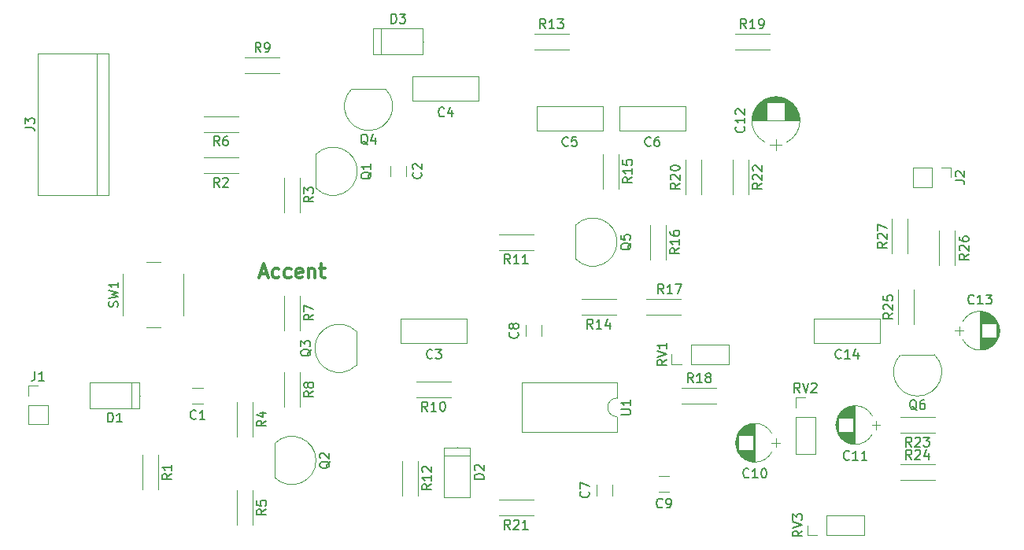
<source format=gto>
%TF.GenerationSoftware,KiCad,Pcbnew,4.0.6*%
%TF.CreationDate,2018-03-29T20:35:18+02:00*%
%TF.ProjectId,808,3830382E6B696361645F706362000000,rev?*%
%TF.FileFunction,Legend,Top*%
%FSLAX46Y46*%
G04 Gerber Fmt 4.6, Leading zero omitted, Abs format (unit mm)*
G04 Created by KiCad (PCBNEW 4.0.6) date 2018 March 29, Thursday 20:35:18*
%MOMM*%
%LPD*%
G01*
G04 APERTURE LIST*
%ADD10C,0.100000*%
%ADD11C,0.300000*%
%ADD12C,0.120000*%
%ADD13C,0.150000*%
G04 APERTURE END LIST*
D10*
D11*
X72807143Y-108835000D02*
X73521429Y-108835000D01*
X72664286Y-109263571D02*
X73164286Y-107763571D01*
X73664286Y-109263571D01*
X74807143Y-109192143D02*
X74664286Y-109263571D01*
X74378572Y-109263571D01*
X74235714Y-109192143D01*
X74164286Y-109120714D01*
X74092857Y-108977857D01*
X74092857Y-108549286D01*
X74164286Y-108406429D01*
X74235714Y-108335000D01*
X74378572Y-108263571D01*
X74664286Y-108263571D01*
X74807143Y-108335000D01*
X76092857Y-109192143D02*
X75950000Y-109263571D01*
X75664286Y-109263571D01*
X75521428Y-109192143D01*
X75450000Y-109120714D01*
X75378571Y-108977857D01*
X75378571Y-108549286D01*
X75450000Y-108406429D01*
X75521428Y-108335000D01*
X75664286Y-108263571D01*
X75950000Y-108263571D01*
X76092857Y-108335000D01*
X77307142Y-109192143D02*
X77164285Y-109263571D01*
X76878571Y-109263571D01*
X76735714Y-109192143D01*
X76664285Y-109049286D01*
X76664285Y-108477857D01*
X76735714Y-108335000D01*
X76878571Y-108263571D01*
X77164285Y-108263571D01*
X77307142Y-108335000D01*
X77378571Y-108477857D01*
X77378571Y-108620714D01*
X76664285Y-108763571D01*
X78021428Y-108263571D02*
X78021428Y-109263571D01*
X78021428Y-108406429D02*
X78092856Y-108335000D01*
X78235714Y-108263571D01*
X78449999Y-108263571D01*
X78592856Y-108335000D01*
X78664285Y-108477857D01*
X78664285Y-109263571D01*
X79164285Y-108263571D02*
X79735714Y-108263571D01*
X79378571Y-107763571D02*
X79378571Y-109049286D01*
X79449999Y-109192143D01*
X79592857Y-109263571D01*
X79735714Y-109263571D01*
D12*
X66647000Y-122781000D02*
X65473000Y-122781000D01*
X66647000Y-121059000D02*
X65473000Y-121059000D01*
X88491000Y-97183000D02*
X88491000Y-98357000D01*
X86769000Y-97183000D02*
X86769000Y-98357000D01*
X95040000Y-116245000D02*
X87920000Y-116245000D01*
X95040000Y-113625000D02*
X87920000Y-113625000D01*
X95040000Y-116245000D02*
X95040000Y-113625000D01*
X87920000Y-116245000D02*
X87920000Y-113625000D01*
X96310000Y-90210000D02*
X89190000Y-90210000D01*
X96310000Y-87590000D02*
X89190000Y-87590000D01*
X96310000Y-90210000D02*
X96310000Y-87590000D01*
X89190000Y-90210000D02*
X89190000Y-87590000D01*
X109645000Y-93385000D02*
X102525000Y-93385000D01*
X109645000Y-90765000D02*
X102525000Y-90765000D01*
X109645000Y-93385000D02*
X109645000Y-90765000D01*
X102525000Y-93385000D02*
X102525000Y-90765000D01*
X118535000Y-93385000D02*
X111415000Y-93385000D01*
X118535000Y-90765000D02*
X111415000Y-90765000D01*
X118535000Y-93385000D02*
X118535000Y-90765000D01*
X111415000Y-93385000D02*
X111415000Y-90765000D01*
X108994000Y-132687000D02*
X108994000Y-131513000D01*
X110716000Y-132687000D02*
X110716000Y-131513000D01*
X101374000Y-115542000D02*
X101374000Y-114368000D01*
X103096000Y-115542000D02*
X103096000Y-114368000D01*
X116812000Y-132306000D02*
X115638000Y-132306000D01*
X116812000Y-130584000D02*
X115638000Y-130584000D01*
X124153564Y-127979170D02*
G75*
G03X127845996Y-127980000I1846436J979170D01*
G01*
X124153564Y-126020830D02*
G75*
G02X127845996Y-126020000I1846436J-979170D01*
G01*
X124153564Y-126020830D02*
G75*
G03X124154004Y-127980000I1846436J-979170D01*
G01*
X126000000Y-129050000D02*
X126000000Y-124950000D01*
X125960000Y-129050000D02*
X125960000Y-124950000D01*
X125920000Y-129049000D02*
X125920000Y-124951000D01*
X125880000Y-129047000D02*
X125880000Y-124953000D01*
X125840000Y-129044000D02*
X125840000Y-124956000D01*
X125800000Y-129041000D02*
X125800000Y-124959000D01*
X125760000Y-129037000D02*
X125760000Y-127780000D01*
X125760000Y-126220000D02*
X125760000Y-124963000D01*
X125720000Y-129032000D02*
X125720000Y-127780000D01*
X125720000Y-126220000D02*
X125720000Y-124968000D01*
X125680000Y-129026000D02*
X125680000Y-127780000D01*
X125680000Y-126220000D02*
X125680000Y-124974000D01*
X125640000Y-129019000D02*
X125640000Y-127780000D01*
X125640000Y-126220000D02*
X125640000Y-124981000D01*
X125600000Y-129012000D02*
X125600000Y-127780000D01*
X125600000Y-126220000D02*
X125600000Y-124988000D01*
X125560000Y-129004000D02*
X125560000Y-127780000D01*
X125560000Y-126220000D02*
X125560000Y-124996000D01*
X125520000Y-128995000D02*
X125520000Y-127780000D01*
X125520000Y-126220000D02*
X125520000Y-125005000D01*
X125480000Y-128985000D02*
X125480000Y-127780000D01*
X125480000Y-126220000D02*
X125480000Y-125015000D01*
X125440000Y-128974000D02*
X125440000Y-127780000D01*
X125440000Y-126220000D02*
X125440000Y-125026000D01*
X125400000Y-128963000D02*
X125400000Y-127780000D01*
X125400000Y-126220000D02*
X125400000Y-125037000D01*
X125360000Y-128950000D02*
X125360000Y-127780000D01*
X125360000Y-126220000D02*
X125360000Y-125050000D01*
X125320000Y-128937000D02*
X125320000Y-127780000D01*
X125320000Y-126220000D02*
X125320000Y-125063000D01*
X125279000Y-128923000D02*
X125279000Y-127780000D01*
X125279000Y-126220000D02*
X125279000Y-125077000D01*
X125239000Y-128907000D02*
X125239000Y-127780000D01*
X125239000Y-126220000D02*
X125239000Y-125093000D01*
X125199000Y-128891000D02*
X125199000Y-127780000D01*
X125199000Y-126220000D02*
X125199000Y-125109000D01*
X125159000Y-128874000D02*
X125159000Y-127780000D01*
X125159000Y-126220000D02*
X125159000Y-125126000D01*
X125119000Y-128856000D02*
X125119000Y-127780000D01*
X125119000Y-126220000D02*
X125119000Y-125144000D01*
X125079000Y-128837000D02*
X125079000Y-127780000D01*
X125079000Y-126220000D02*
X125079000Y-125163000D01*
X125039000Y-128817000D02*
X125039000Y-127780000D01*
X125039000Y-126220000D02*
X125039000Y-125183000D01*
X124999000Y-128796000D02*
X124999000Y-127780000D01*
X124999000Y-126220000D02*
X124999000Y-125204000D01*
X124959000Y-128773000D02*
X124959000Y-127780000D01*
X124959000Y-126220000D02*
X124959000Y-125227000D01*
X124919000Y-128750000D02*
X124919000Y-127780000D01*
X124919000Y-126220000D02*
X124919000Y-125250000D01*
X124879000Y-128725000D02*
X124879000Y-127780000D01*
X124879000Y-126220000D02*
X124879000Y-125275000D01*
X124839000Y-128699000D02*
X124839000Y-127780000D01*
X124839000Y-126220000D02*
X124839000Y-125301000D01*
X124799000Y-128672000D02*
X124799000Y-127780000D01*
X124799000Y-126220000D02*
X124799000Y-125328000D01*
X124759000Y-128643000D02*
X124759000Y-127780000D01*
X124759000Y-126220000D02*
X124759000Y-125357000D01*
X124719000Y-128613000D02*
X124719000Y-127780000D01*
X124719000Y-126220000D02*
X124719000Y-125387000D01*
X124679000Y-128581000D02*
X124679000Y-127780000D01*
X124679000Y-126220000D02*
X124679000Y-125419000D01*
X124639000Y-128547000D02*
X124639000Y-127780000D01*
X124639000Y-126220000D02*
X124639000Y-125453000D01*
X124599000Y-128512000D02*
X124599000Y-127780000D01*
X124599000Y-126220000D02*
X124599000Y-125488000D01*
X124559000Y-128475000D02*
X124559000Y-127780000D01*
X124559000Y-126220000D02*
X124559000Y-125525000D01*
X124519000Y-128436000D02*
X124519000Y-127780000D01*
X124519000Y-126220000D02*
X124519000Y-125564000D01*
X124479000Y-128395000D02*
X124479000Y-127780000D01*
X124479000Y-126220000D02*
X124479000Y-125605000D01*
X124439000Y-128351000D02*
X124439000Y-127780000D01*
X124439000Y-126220000D02*
X124439000Y-125649000D01*
X124399000Y-128305000D02*
X124399000Y-127780000D01*
X124399000Y-126220000D02*
X124399000Y-125695000D01*
X124359000Y-128256000D02*
X124359000Y-127780000D01*
X124359000Y-126220000D02*
X124359000Y-125744000D01*
X124319000Y-128204000D02*
X124319000Y-127780000D01*
X124319000Y-126220000D02*
X124319000Y-125796000D01*
X124279000Y-128148000D02*
X124279000Y-127780000D01*
X124279000Y-126220000D02*
X124279000Y-125852000D01*
X124239000Y-128088000D02*
X124239000Y-127780000D01*
X124239000Y-126220000D02*
X124239000Y-125912000D01*
X124199000Y-128023000D02*
X124199000Y-125977000D01*
X124159000Y-127952000D02*
X124159000Y-126048000D01*
X124119000Y-127874000D02*
X124119000Y-126126000D01*
X124079000Y-127786000D02*
X124079000Y-126214000D01*
X124039000Y-127686000D02*
X124039000Y-126314000D01*
X123999000Y-127567000D02*
X123999000Y-126433000D01*
X123959000Y-127415000D02*
X123959000Y-126585000D01*
X123919000Y-127165000D02*
X123919000Y-126835000D01*
X128700000Y-127000000D02*
X127800000Y-127000000D01*
X128250000Y-127450000D02*
X128250000Y-126550000D01*
X134948564Y-126074170D02*
G75*
G03X138640996Y-126075000I1846436J979170D01*
G01*
X134948564Y-124115830D02*
G75*
G02X138640996Y-124115000I1846436J-979170D01*
G01*
X134948564Y-124115830D02*
G75*
G03X134949004Y-126075000I1846436J-979170D01*
G01*
X136795000Y-127145000D02*
X136795000Y-123045000D01*
X136755000Y-127145000D02*
X136755000Y-123045000D01*
X136715000Y-127144000D02*
X136715000Y-123046000D01*
X136675000Y-127142000D02*
X136675000Y-123048000D01*
X136635000Y-127139000D02*
X136635000Y-123051000D01*
X136595000Y-127136000D02*
X136595000Y-123054000D01*
X136555000Y-127132000D02*
X136555000Y-125875000D01*
X136555000Y-124315000D02*
X136555000Y-123058000D01*
X136515000Y-127127000D02*
X136515000Y-125875000D01*
X136515000Y-124315000D02*
X136515000Y-123063000D01*
X136475000Y-127121000D02*
X136475000Y-125875000D01*
X136475000Y-124315000D02*
X136475000Y-123069000D01*
X136435000Y-127114000D02*
X136435000Y-125875000D01*
X136435000Y-124315000D02*
X136435000Y-123076000D01*
X136395000Y-127107000D02*
X136395000Y-125875000D01*
X136395000Y-124315000D02*
X136395000Y-123083000D01*
X136355000Y-127099000D02*
X136355000Y-125875000D01*
X136355000Y-124315000D02*
X136355000Y-123091000D01*
X136315000Y-127090000D02*
X136315000Y-125875000D01*
X136315000Y-124315000D02*
X136315000Y-123100000D01*
X136275000Y-127080000D02*
X136275000Y-125875000D01*
X136275000Y-124315000D02*
X136275000Y-123110000D01*
X136235000Y-127069000D02*
X136235000Y-125875000D01*
X136235000Y-124315000D02*
X136235000Y-123121000D01*
X136195000Y-127058000D02*
X136195000Y-125875000D01*
X136195000Y-124315000D02*
X136195000Y-123132000D01*
X136155000Y-127045000D02*
X136155000Y-125875000D01*
X136155000Y-124315000D02*
X136155000Y-123145000D01*
X136115000Y-127032000D02*
X136115000Y-125875000D01*
X136115000Y-124315000D02*
X136115000Y-123158000D01*
X136074000Y-127018000D02*
X136074000Y-125875000D01*
X136074000Y-124315000D02*
X136074000Y-123172000D01*
X136034000Y-127002000D02*
X136034000Y-125875000D01*
X136034000Y-124315000D02*
X136034000Y-123188000D01*
X135994000Y-126986000D02*
X135994000Y-125875000D01*
X135994000Y-124315000D02*
X135994000Y-123204000D01*
X135954000Y-126969000D02*
X135954000Y-125875000D01*
X135954000Y-124315000D02*
X135954000Y-123221000D01*
X135914000Y-126951000D02*
X135914000Y-125875000D01*
X135914000Y-124315000D02*
X135914000Y-123239000D01*
X135874000Y-126932000D02*
X135874000Y-125875000D01*
X135874000Y-124315000D02*
X135874000Y-123258000D01*
X135834000Y-126912000D02*
X135834000Y-125875000D01*
X135834000Y-124315000D02*
X135834000Y-123278000D01*
X135794000Y-126891000D02*
X135794000Y-125875000D01*
X135794000Y-124315000D02*
X135794000Y-123299000D01*
X135754000Y-126868000D02*
X135754000Y-125875000D01*
X135754000Y-124315000D02*
X135754000Y-123322000D01*
X135714000Y-126845000D02*
X135714000Y-125875000D01*
X135714000Y-124315000D02*
X135714000Y-123345000D01*
X135674000Y-126820000D02*
X135674000Y-125875000D01*
X135674000Y-124315000D02*
X135674000Y-123370000D01*
X135634000Y-126794000D02*
X135634000Y-125875000D01*
X135634000Y-124315000D02*
X135634000Y-123396000D01*
X135594000Y-126767000D02*
X135594000Y-125875000D01*
X135594000Y-124315000D02*
X135594000Y-123423000D01*
X135554000Y-126738000D02*
X135554000Y-125875000D01*
X135554000Y-124315000D02*
X135554000Y-123452000D01*
X135514000Y-126708000D02*
X135514000Y-125875000D01*
X135514000Y-124315000D02*
X135514000Y-123482000D01*
X135474000Y-126676000D02*
X135474000Y-125875000D01*
X135474000Y-124315000D02*
X135474000Y-123514000D01*
X135434000Y-126642000D02*
X135434000Y-125875000D01*
X135434000Y-124315000D02*
X135434000Y-123548000D01*
X135394000Y-126607000D02*
X135394000Y-125875000D01*
X135394000Y-124315000D02*
X135394000Y-123583000D01*
X135354000Y-126570000D02*
X135354000Y-125875000D01*
X135354000Y-124315000D02*
X135354000Y-123620000D01*
X135314000Y-126531000D02*
X135314000Y-125875000D01*
X135314000Y-124315000D02*
X135314000Y-123659000D01*
X135274000Y-126490000D02*
X135274000Y-125875000D01*
X135274000Y-124315000D02*
X135274000Y-123700000D01*
X135234000Y-126446000D02*
X135234000Y-125875000D01*
X135234000Y-124315000D02*
X135234000Y-123744000D01*
X135194000Y-126400000D02*
X135194000Y-125875000D01*
X135194000Y-124315000D02*
X135194000Y-123790000D01*
X135154000Y-126351000D02*
X135154000Y-125875000D01*
X135154000Y-124315000D02*
X135154000Y-123839000D01*
X135114000Y-126299000D02*
X135114000Y-125875000D01*
X135114000Y-124315000D02*
X135114000Y-123891000D01*
X135074000Y-126243000D02*
X135074000Y-125875000D01*
X135074000Y-124315000D02*
X135074000Y-123947000D01*
X135034000Y-126183000D02*
X135034000Y-125875000D01*
X135034000Y-124315000D02*
X135034000Y-124007000D01*
X134994000Y-126118000D02*
X134994000Y-124072000D01*
X134954000Y-126047000D02*
X134954000Y-124143000D01*
X134914000Y-125969000D02*
X134914000Y-124221000D01*
X134874000Y-125881000D02*
X134874000Y-124309000D01*
X134834000Y-125781000D02*
X134834000Y-124409000D01*
X134794000Y-125662000D02*
X134794000Y-124528000D01*
X134754000Y-125510000D02*
X134754000Y-124680000D01*
X134714000Y-125260000D02*
X134714000Y-124930000D01*
X139495000Y-125095000D02*
X138595000Y-125095000D01*
X139045000Y-125545000D02*
X139045000Y-124645000D01*
X127090277Y-90039278D02*
G75*
G03X127090000Y-94650580I1179723J-2305722D01*
G01*
X129449723Y-90039278D02*
G75*
G02X129450000Y-94650580I-1179723J-2305722D01*
G01*
X129449723Y-90039278D02*
G75*
G03X127090000Y-90039420I-1179723J-2305722D01*
G01*
X125720000Y-92345000D02*
X130820000Y-92345000D01*
X125720000Y-92305000D02*
X127290000Y-92305000D01*
X129250000Y-92305000D02*
X130820000Y-92305000D01*
X125721000Y-92265000D02*
X127290000Y-92265000D01*
X129250000Y-92265000D02*
X130819000Y-92265000D01*
X125722000Y-92225000D02*
X127290000Y-92225000D01*
X129250000Y-92225000D02*
X130818000Y-92225000D01*
X125724000Y-92185000D02*
X127290000Y-92185000D01*
X129250000Y-92185000D02*
X130816000Y-92185000D01*
X125727000Y-92145000D02*
X127290000Y-92145000D01*
X129250000Y-92145000D02*
X130813000Y-92145000D01*
X125731000Y-92105000D02*
X127290000Y-92105000D01*
X129250000Y-92105000D02*
X130809000Y-92105000D01*
X125735000Y-92065000D02*
X127290000Y-92065000D01*
X129250000Y-92065000D02*
X130805000Y-92065000D01*
X125739000Y-92025000D02*
X127290000Y-92025000D01*
X129250000Y-92025000D02*
X130801000Y-92025000D01*
X125745000Y-91985000D02*
X127290000Y-91985000D01*
X129250000Y-91985000D02*
X130795000Y-91985000D01*
X125751000Y-91945000D02*
X127290000Y-91945000D01*
X129250000Y-91945000D02*
X130789000Y-91945000D01*
X125757000Y-91905000D02*
X127290000Y-91905000D01*
X129250000Y-91905000D02*
X130783000Y-91905000D01*
X125764000Y-91865000D02*
X127290000Y-91865000D01*
X129250000Y-91865000D02*
X130776000Y-91865000D01*
X125772000Y-91825000D02*
X127290000Y-91825000D01*
X129250000Y-91825000D02*
X130768000Y-91825000D01*
X125781000Y-91785000D02*
X127290000Y-91785000D01*
X129250000Y-91785000D02*
X130759000Y-91785000D01*
X125790000Y-91745000D02*
X127290000Y-91745000D01*
X129250000Y-91745000D02*
X130750000Y-91745000D01*
X125800000Y-91705000D02*
X127290000Y-91705000D01*
X129250000Y-91705000D02*
X130740000Y-91705000D01*
X125810000Y-91665000D02*
X127290000Y-91665000D01*
X129250000Y-91665000D02*
X130730000Y-91665000D01*
X125822000Y-91624000D02*
X127290000Y-91624000D01*
X129250000Y-91624000D02*
X130718000Y-91624000D01*
X125834000Y-91584000D02*
X127290000Y-91584000D01*
X129250000Y-91584000D02*
X130706000Y-91584000D01*
X125846000Y-91544000D02*
X127290000Y-91544000D01*
X129250000Y-91544000D02*
X130694000Y-91544000D01*
X125860000Y-91504000D02*
X127290000Y-91504000D01*
X129250000Y-91504000D02*
X130680000Y-91504000D01*
X125874000Y-91464000D02*
X127290000Y-91464000D01*
X129250000Y-91464000D02*
X130666000Y-91464000D01*
X125888000Y-91424000D02*
X127290000Y-91424000D01*
X129250000Y-91424000D02*
X130652000Y-91424000D01*
X125904000Y-91384000D02*
X127290000Y-91384000D01*
X129250000Y-91384000D02*
X130636000Y-91384000D01*
X125920000Y-91344000D02*
X127290000Y-91344000D01*
X129250000Y-91344000D02*
X130620000Y-91344000D01*
X125937000Y-91304000D02*
X127290000Y-91304000D01*
X129250000Y-91304000D02*
X130603000Y-91304000D01*
X125955000Y-91264000D02*
X127290000Y-91264000D01*
X129250000Y-91264000D02*
X130585000Y-91264000D01*
X125974000Y-91224000D02*
X127290000Y-91224000D01*
X129250000Y-91224000D02*
X130566000Y-91224000D01*
X125994000Y-91184000D02*
X127290000Y-91184000D01*
X129250000Y-91184000D02*
X130546000Y-91184000D01*
X126014000Y-91144000D02*
X127290000Y-91144000D01*
X129250000Y-91144000D02*
X130526000Y-91144000D01*
X126036000Y-91104000D02*
X127290000Y-91104000D01*
X129250000Y-91104000D02*
X130504000Y-91104000D01*
X126058000Y-91064000D02*
X127290000Y-91064000D01*
X129250000Y-91064000D02*
X130482000Y-91064000D01*
X126081000Y-91024000D02*
X127290000Y-91024000D01*
X129250000Y-91024000D02*
X130459000Y-91024000D01*
X126105000Y-90984000D02*
X127290000Y-90984000D01*
X129250000Y-90984000D02*
X130435000Y-90984000D01*
X126130000Y-90944000D02*
X127290000Y-90944000D01*
X129250000Y-90944000D02*
X130410000Y-90944000D01*
X126157000Y-90904000D02*
X127290000Y-90904000D01*
X129250000Y-90904000D02*
X130383000Y-90904000D01*
X126184000Y-90864000D02*
X127290000Y-90864000D01*
X129250000Y-90864000D02*
X130356000Y-90864000D01*
X126212000Y-90824000D02*
X127290000Y-90824000D01*
X129250000Y-90824000D02*
X130328000Y-90824000D01*
X126242000Y-90784000D02*
X127290000Y-90784000D01*
X129250000Y-90784000D02*
X130298000Y-90784000D01*
X126273000Y-90744000D02*
X127290000Y-90744000D01*
X129250000Y-90744000D02*
X130267000Y-90744000D01*
X126305000Y-90704000D02*
X127290000Y-90704000D01*
X129250000Y-90704000D02*
X130235000Y-90704000D01*
X126338000Y-90664000D02*
X127290000Y-90664000D01*
X129250000Y-90664000D02*
X130202000Y-90664000D01*
X126373000Y-90624000D02*
X127290000Y-90624000D01*
X129250000Y-90624000D02*
X130167000Y-90624000D01*
X126409000Y-90584000D02*
X127290000Y-90584000D01*
X129250000Y-90584000D02*
X130131000Y-90584000D01*
X126447000Y-90544000D02*
X127290000Y-90544000D01*
X129250000Y-90544000D02*
X130093000Y-90544000D01*
X126487000Y-90504000D02*
X127290000Y-90504000D01*
X129250000Y-90504000D02*
X130053000Y-90504000D01*
X126528000Y-90464000D02*
X127290000Y-90464000D01*
X129250000Y-90464000D02*
X130012000Y-90464000D01*
X126571000Y-90424000D02*
X127290000Y-90424000D01*
X129250000Y-90424000D02*
X129969000Y-90424000D01*
X126616000Y-90384000D02*
X127290000Y-90384000D01*
X129250000Y-90384000D02*
X129924000Y-90384000D01*
X126664000Y-90344000D02*
X129876000Y-90344000D01*
X126714000Y-90304000D02*
X129826000Y-90304000D01*
X126766000Y-90264000D02*
X129774000Y-90264000D01*
X126822000Y-90224000D02*
X129718000Y-90224000D01*
X126880000Y-90184000D02*
X129660000Y-90184000D01*
X126943000Y-90144000D02*
X129597000Y-90144000D01*
X127009000Y-90104000D02*
X129531000Y-90104000D01*
X127081000Y-90064000D02*
X129459000Y-90064000D01*
X127158000Y-90024000D02*
X129382000Y-90024000D01*
X127242000Y-89984000D02*
X129298000Y-89984000D01*
X127336000Y-89944000D02*
X129204000Y-89944000D01*
X127441000Y-89904000D02*
X129099000Y-89904000D01*
X127563000Y-89864000D02*
X128977000Y-89864000D01*
X127711000Y-89824000D02*
X128829000Y-89824000D01*
X127916000Y-89784000D02*
X128624000Y-89784000D01*
X128270000Y-95545000D02*
X128270000Y-94345000D01*
X127620000Y-94945000D02*
X128920000Y-94945000D01*
X152071436Y-113955830D02*
G75*
G03X148379004Y-113955000I-1846436J-979170D01*
G01*
X152071436Y-115914170D02*
G75*
G02X148379004Y-115915000I-1846436J979170D01*
G01*
X152071436Y-115914170D02*
G75*
G03X152070996Y-113955000I-1846436J979170D01*
G01*
X150225000Y-112885000D02*
X150225000Y-116985000D01*
X150265000Y-112885000D02*
X150265000Y-116985000D01*
X150305000Y-112886000D02*
X150305000Y-116984000D01*
X150345000Y-112888000D02*
X150345000Y-116982000D01*
X150385000Y-112891000D02*
X150385000Y-116979000D01*
X150425000Y-112894000D02*
X150425000Y-116976000D01*
X150465000Y-112898000D02*
X150465000Y-114155000D01*
X150465000Y-115715000D02*
X150465000Y-116972000D01*
X150505000Y-112903000D02*
X150505000Y-114155000D01*
X150505000Y-115715000D02*
X150505000Y-116967000D01*
X150545000Y-112909000D02*
X150545000Y-114155000D01*
X150545000Y-115715000D02*
X150545000Y-116961000D01*
X150585000Y-112916000D02*
X150585000Y-114155000D01*
X150585000Y-115715000D02*
X150585000Y-116954000D01*
X150625000Y-112923000D02*
X150625000Y-114155000D01*
X150625000Y-115715000D02*
X150625000Y-116947000D01*
X150665000Y-112931000D02*
X150665000Y-114155000D01*
X150665000Y-115715000D02*
X150665000Y-116939000D01*
X150705000Y-112940000D02*
X150705000Y-114155000D01*
X150705000Y-115715000D02*
X150705000Y-116930000D01*
X150745000Y-112950000D02*
X150745000Y-114155000D01*
X150745000Y-115715000D02*
X150745000Y-116920000D01*
X150785000Y-112961000D02*
X150785000Y-114155000D01*
X150785000Y-115715000D02*
X150785000Y-116909000D01*
X150825000Y-112972000D02*
X150825000Y-114155000D01*
X150825000Y-115715000D02*
X150825000Y-116898000D01*
X150865000Y-112985000D02*
X150865000Y-114155000D01*
X150865000Y-115715000D02*
X150865000Y-116885000D01*
X150905000Y-112998000D02*
X150905000Y-114155000D01*
X150905000Y-115715000D02*
X150905000Y-116872000D01*
X150946000Y-113012000D02*
X150946000Y-114155000D01*
X150946000Y-115715000D02*
X150946000Y-116858000D01*
X150986000Y-113028000D02*
X150986000Y-114155000D01*
X150986000Y-115715000D02*
X150986000Y-116842000D01*
X151026000Y-113044000D02*
X151026000Y-114155000D01*
X151026000Y-115715000D02*
X151026000Y-116826000D01*
X151066000Y-113061000D02*
X151066000Y-114155000D01*
X151066000Y-115715000D02*
X151066000Y-116809000D01*
X151106000Y-113079000D02*
X151106000Y-114155000D01*
X151106000Y-115715000D02*
X151106000Y-116791000D01*
X151146000Y-113098000D02*
X151146000Y-114155000D01*
X151146000Y-115715000D02*
X151146000Y-116772000D01*
X151186000Y-113118000D02*
X151186000Y-114155000D01*
X151186000Y-115715000D02*
X151186000Y-116752000D01*
X151226000Y-113139000D02*
X151226000Y-114155000D01*
X151226000Y-115715000D02*
X151226000Y-116731000D01*
X151266000Y-113162000D02*
X151266000Y-114155000D01*
X151266000Y-115715000D02*
X151266000Y-116708000D01*
X151306000Y-113185000D02*
X151306000Y-114155000D01*
X151306000Y-115715000D02*
X151306000Y-116685000D01*
X151346000Y-113210000D02*
X151346000Y-114155000D01*
X151346000Y-115715000D02*
X151346000Y-116660000D01*
X151386000Y-113236000D02*
X151386000Y-114155000D01*
X151386000Y-115715000D02*
X151386000Y-116634000D01*
X151426000Y-113263000D02*
X151426000Y-114155000D01*
X151426000Y-115715000D02*
X151426000Y-116607000D01*
X151466000Y-113292000D02*
X151466000Y-114155000D01*
X151466000Y-115715000D02*
X151466000Y-116578000D01*
X151506000Y-113322000D02*
X151506000Y-114155000D01*
X151506000Y-115715000D02*
X151506000Y-116548000D01*
X151546000Y-113354000D02*
X151546000Y-114155000D01*
X151546000Y-115715000D02*
X151546000Y-116516000D01*
X151586000Y-113388000D02*
X151586000Y-114155000D01*
X151586000Y-115715000D02*
X151586000Y-116482000D01*
X151626000Y-113423000D02*
X151626000Y-114155000D01*
X151626000Y-115715000D02*
X151626000Y-116447000D01*
X151666000Y-113460000D02*
X151666000Y-114155000D01*
X151666000Y-115715000D02*
X151666000Y-116410000D01*
X151706000Y-113499000D02*
X151706000Y-114155000D01*
X151706000Y-115715000D02*
X151706000Y-116371000D01*
X151746000Y-113540000D02*
X151746000Y-114155000D01*
X151746000Y-115715000D02*
X151746000Y-116330000D01*
X151786000Y-113584000D02*
X151786000Y-114155000D01*
X151786000Y-115715000D02*
X151786000Y-116286000D01*
X151826000Y-113630000D02*
X151826000Y-114155000D01*
X151826000Y-115715000D02*
X151826000Y-116240000D01*
X151866000Y-113679000D02*
X151866000Y-114155000D01*
X151866000Y-115715000D02*
X151866000Y-116191000D01*
X151906000Y-113731000D02*
X151906000Y-114155000D01*
X151906000Y-115715000D02*
X151906000Y-116139000D01*
X151946000Y-113787000D02*
X151946000Y-114155000D01*
X151946000Y-115715000D02*
X151946000Y-116083000D01*
X151986000Y-113847000D02*
X151986000Y-114155000D01*
X151986000Y-115715000D02*
X151986000Y-116023000D01*
X152026000Y-113912000D02*
X152026000Y-115958000D01*
X152066000Y-113983000D02*
X152066000Y-115887000D01*
X152106000Y-114061000D02*
X152106000Y-115809000D01*
X152146000Y-114149000D02*
X152146000Y-115721000D01*
X152186000Y-114249000D02*
X152186000Y-115621000D01*
X152226000Y-114368000D02*
X152226000Y-115502000D01*
X152266000Y-114520000D02*
X152266000Y-115350000D01*
X152306000Y-114770000D02*
X152306000Y-115100000D01*
X147525000Y-114935000D02*
X148425000Y-114935000D01*
X147975000Y-114485000D02*
X147975000Y-115385000D01*
X139490000Y-116245000D02*
X132370000Y-116245000D01*
X139490000Y-113625000D02*
X132370000Y-113625000D01*
X139490000Y-116245000D02*
X139490000Y-113625000D01*
X132370000Y-116245000D02*
X132370000Y-113625000D01*
X59810000Y-123330000D02*
X59810000Y-120510000D01*
X59810000Y-120510000D02*
X54490000Y-120510000D01*
X54490000Y-120510000D02*
X54490000Y-123330000D01*
X54490000Y-123330000D02*
X59810000Y-123330000D01*
X59880000Y-121920000D02*
X59810000Y-121920000D01*
X54420000Y-121920000D02*
X54490000Y-121920000D01*
X58970000Y-123330000D02*
X58970000Y-120510000D01*
X95390000Y-127515000D02*
X92570000Y-127515000D01*
X92570000Y-127515000D02*
X92570000Y-132835000D01*
X92570000Y-132835000D02*
X95390000Y-132835000D01*
X95390000Y-132835000D02*
X95390000Y-127515000D01*
X93980000Y-127445000D02*
X93980000Y-127515000D01*
X93980000Y-132905000D02*
X93980000Y-132835000D01*
X95390000Y-128355000D02*
X92570000Y-128355000D01*
X84970000Y-82410000D02*
X84970000Y-85230000D01*
X84970000Y-85230000D02*
X90290000Y-85230000D01*
X90290000Y-85230000D02*
X90290000Y-82410000D01*
X90290000Y-82410000D02*
X84970000Y-82410000D01*
X84900000Y-83820000D02*
X84970000Y-83820000D01*
X90360000Y-83820000D02*
X90290000Y-83820000D01*
X85810000Y-82410000D02*
X85810000Y-85230000D01*
X47835000Y-124980000D02*
X49955000Y-124980000D01*
X47835000Y-122920000D02*
X47835000Y-124980000D01*
X49955000Y-122920000D02*
X49955000Y-124980000D01*
X47835000Y-122920000D02*
X49955000Y-122920000D01*
X47835000Y-121920000D02*
X47835000Y-120860000D01*
X47835000Y-120860000D02*
X48895000Y-120860000D01*
X142990000Y-97365000D02*
X142990000Y-99485000D01*
X145050000Y-97365000D02*
X142990000Y-97365000D01*
X145050000Y-99485000D02*
X142990000Y-99485000D01*
X145050000Y-97365000D02*
X145050000Y-99485000D01*
X146050000Y-97365000D02*
X147110000Y-97365000D01*
X147110000Y-97365000D02*
X147110000Y-98425000D01*
X78795000Y-95990000D02*
X78795000Y-99590000D01*
X78806522Y-95951522D02*
G75*
G02X83245000Y-97790000I1838478J-1838478D01*
G01*
X78806522Y-99628478D02*
G75*
G03X83245000Y-97790000I1838478J1838478D01*
G01*
X74350000Y-127105000D02*
X74350000Y-130705000D01*
X74361522Y-127066522D02*
G75*
G02X78800000Y-128905000I1838478J-1838478D01*
G01*
X74361522Y-130743478D02*
G75*
G03X78800000Y-128905000I1838478J1838478D01*
G01*
X83130000Y-118640000D02*
X83130000Y-115040000D01*
X83118478Y-118678478D02*
G75*
G02X78680000Y-116840000I-1838478J1838478D01*
G01*
X83118478Y-115001522D02*
G75*
G03X78680000Y-116840000I-1838478J-1838478D01*
G01*
X86255000Y-88955000D02*
X82655000Y-88955000D01*
X86293478Y-88966522D02*
G75*
G02X84455000Y-93405000I-1838478J-1838478D01*
G01*
X82616522Y-88966522D02*
G75*
G03X84455000Y-93405000I1838478J-1838478D01*
G01*
X106735000Y-103610000D02*
X106735000Y-107210000D01*
X106746522Y-103571522D02*
G75*
G02X111185000Y-105410000I1838478J-1838478D01*
G01*
X106746522Y-107248478D02*
G75*
G03X111185000Y-105410000I1838478J1838478D01*
G01*
X145310000Y-117530000D02*
X141710000Y-117530000D01*
X145348478Y-117541522D02*
G75*
G02X143510000Y-121980000I-1838478J-1838478D01*
G01*
X141671522Y-117541522D02*
G75*
G03X143510000Y-121980000I1838478J-1838478D01*
G01*
X61820000Y-128315000D02*
X61820000Y-132035000D01*
X60100000Y-128315000D02*
X60100000Y-132035000D01*
X70440000Y-98015000D02*
X66720000Y-98015000D01*
X70440000Y-96295000D02*
X66720000Y-96295000D01*
X77060000Y-98470000D02*
X77060000Y-102190000D01*
X75340000Y-98470000D02*
X75340000Y-102190000D01*
X71980000Y-122600000D02*
X71980000Y-126320000D01*
X70260000Y-122600000D02*
X70260000Y-126320000D01*
X71980000Y-132125000D02*
X71980000Y-135845000D01*
X70260000Y-132125000D02*
X70260000Y-135845000D01*
X70440000Y-93570000D02*
X66720000Y-93570000D01*
X70440000Y-91850000D02*
X66720000Y-91850000D01*
X77060000Y-111170000D02*
X77060000Y-114890000D01*
X75340000Y-111170000D02*
X75340000Y-114890000D01*
X77060000Y-119425000D02*
X77060000Y-123145000D01*
X75340000Y-119425000D02*
X75340000Y-123145000D01*
X71165000Y-85500000D02*
X74885000Y-85500000D01*
X71165000Y-87220000D02*
X74885000Y-87220000D01*
X93300000Y-122145000D02*
X89580000Y-122145000D01*
X93300000Y-120425000D02*
X89580000Y-120425000D01*
X102190000Y-106270000D02*
X98470000Y-106270000D01*
X102190000Y-104550000D02*
X98470000Y-104550000D01*
X89760000Y-128950000D02*
X89760000Y-132670000D01*
X88040000Y-128950000D02*
X88040000Y-132670000D01*
X102280000Y-82960000D02*
X106000000Y-82960000D01*
X102280000Y-84680000D02*
X106000000Y-84680000D01*
X111080000Y-113255000D02*
X107360000Y-113255000D01*
X111080000Y-111535000D02*
X107360000Y-111535000D01*
X111350000Y-95930000D02*
X111350000Y-99650000D01*
X109630000Y-95930000D02*
X109630000Y-99650000D01*
X116430000Y-103550000D02*
X116430000Y-107270000D01*
X114710000Y-103550000D02*
X114710000Y-107270000D01*
X114345000Y-111535000D02*
X118065000Y-111535000D01*
X114345000Y-113255000D02*
X118065000Y-113255000D01*
X118155000Y-121060000D02*
X121875000Y-121060000D01*
X118155000Y-122780000D02*
X121875000Y-122780000D01*
X123870000Y-82960000D02*
X127590000Y-82960000D01*
X123870000Y-84680000D02*
X127590000Y-84680000D01*
X118520000Y-100285000D02*
X118520000Y-96565000D01*
X120240000Y-100285000D02*
X120240000Y-96565000D01*
X102190000Y-134845000D02*
X98470000Y-134845000D01*
X102190000Y-133125000D02*
X98470000Y-133125000D01*
X125320000Y-96565000D02*
X125320000Y-100285000D01*
X123600000Y-96565000D02*
X123600000Y-100285000D01*
X145370000Y-125955000D02*
X141650000Y-125955000D01*
X145370000Y-124235000D02*
X141650000Y-124235000D01*
X141650000Y-129315000D02*
X145370000Y-129315000D01*
X141650000Y-131035000D02*
X145370000Y-131035000D01*
X141380000Y-114255000D02*
X141380000Y-110535000D01*
X143100000Y-114255000D02*
X143100000Y-110535000D01*
X147545000Y-104185000D02*
X147545000Y-107905000D01*
X145825000Y-104185000D02*
X145825000Y-107905000D01*
X140745000Y-106635000D02*
X140745000Y-102915000D01*
X142465000Y-106635000D02*
X142465000Y-102915000D01*
X123170000Y-118535000D02*
X123170000Y-116415000D01*
X119110000Y-118535000D02*
X123170000Y-118535000D01*
X119110000Y-116415000D02*
X123170000Y-116415000D01*
X119110000Y-118535000D02*
X119110000Y-116415000D01*
X118110000Y-118535000D02*
X117050000Y-118535000D01*
X117050000Y-118535000D02*
X117050000Y-117475000D01*
X130385000Y-128250000D02*
X132505000Y-128250000D01*
X130385000Y-124190000D02*
X130385000Y-128250000D01*
X132505000Y-124190000D02*
X132505000Y-128250000D01*
X130385000Y-124190000D02*
X132505000Y-124190000D01*
X130385000Y-123190000D02*
X130385000Y-122130000D01*
X130385000Y-122130000D02*
X131445000Y-122130000D01*
X137775000Y-136950000D02*
X137775000Y-134830000D01*
X133715000Y-136950000D02*
X137775000Y-136950000D01*
X133715000Y-134830000D02*
X137775000Y-134830000D01*
X133715000Y-136950000D02*
X133715000Y-134830000D01*
X132715000Y-136950000D02*
X131655000Y-136950000D01*
X131655000Y-136950000D02*
X131655000Y-135890000D01*
X64555000Y-113300000D02*
X64555000Y-108800000D01*
X60555000Y-114550000D02*
X62055000Y-114550000D01*
X58055000Y-108800000D02*
X58055000Y-113300000D01*
X62055000Y-107550000D02*
X60555000Y-107550000D01*
X111185000Y-124190000D02*
G75*
G02X111185000Y-122190000I0J1000000D01*
G01*
X111185000Y-122190000D02*
X111185000Y-120540000D01*
X111185000Y-120540000D02*
X100905000Y-120540000D01*
X100905000Y-120540000D02*
X100905000Y-125840000D01*
X100905000Y-125840000D02*
X111185000Y-125840000D01*
X111185000Y-125840000D02*
X111185000Y-124190000D01*
X56515000Y-100330000D02*
X48895000Y-100330000D01*
X56515000Y-85090000D02*
X48895000Y-85090000D01*
X55245000Y-100330000D02*
X55245000Y-85090000D01*
X48895000Y-100330000D02*
X48895000Y-85090000D01*
X56515000Y-100330000D02*
X56515000Y-85090000D01*
D13*
X65893334Y-124387143D02*
X65845715Y-124434762D01*
X65702858Y-124482381D01*
X65607620Y-124482381D01*
X65464762Y-124434762D01*
X65369524Y-124339524D01*
X65321905Y-124244286D01*
X65274286Y-124053810D01*
X65274286Y-123910952D01*
X65321905Y-123720476D01*
X65369524Y-123625238D01*
X65464762Y-123530000D01*
X65607620Y-123482381D01*
X65702858Y-123482381D01*
X65845715Y-123530000D01*
X65893334Y-123577619D01*
X66845715Y-124482381D02*
X66274286Y-124482381D01*
X66560000Y-124482381D02*
X66560000Y-123482381D01*
X66464762Y-123625238D01*
X66369524Y-123720476D01*
X66274286Y-123768095D01*
X90097143Y-97936666D02*
X90144762Y-97984285D01*
X90192381Y-98127142D01*
X90192381Y-98222380D01*
X90144762Y-98365238D01*
X90049524Y-98460476D01*
X89954286Y-98508095D01*
X89763810Y-98555714D01*
X89620952Y-98555714D01*
X89430476Y-98508095D01*
X89335238Y-98460476D01*
X89240000Y-98365238D01*
X89192381Y-98222380D01*
X89192381Y-98127142D01*
X89240000Y-97984285D01*
X89287619Y-97936666D01*
X89287619Y-97555714D02*
X89240000Y-97508095D01*
X89192381Y-97412857D01*
X89192381Y-97174761D01*
X89240000Y-97079523D01*
X89287619Y-97031904D01*
X89382857Y-96984285D01*
X89478095Y-96984285D01*
X89620952Y-97031904D01*
X90192381Y-97603333D01*
X90192381Y-96984285D01*
X91313334Y-117852143D02*
X91265715Y-117899762D01*
X91122858Y-117947381D01*
X91027620Y-117947381D01*
X90884762Y-117899762D01*
X90789524Y-117804524D01*
X90741905Y-117709286D01*
X90694286Y-117518810D01*
X90694286Y-117375952D01*
X90741905Y-117185476D01*
X90789524Y-117090238D01*
X90884762Y-116995000D01*
X91027620Y-116947381D01*
X91122858Y-116947381D01*
X91265715Y-116995000D01*
X91313334Y-117042619D01*
X91646667Y-116947381D02*
X92265715Y-116947381D01*
X91932381Y-117328333D01*
X92075239Y-117328333D01*
X92170477Y-117375952D01*
X92218096Y-117423571D01*
X92265715Y-117518810D01*
X92265715Y-117756905D01*
X92218096Y-117852143D01*
X92170477Y-117899762D01*
X92075239Y-117947381D01*
X91789524Y-117947381D01*
X91694286Y-117899762D01*
X91646667Y-117852143D01*
X92583334Y-91817143D02*
X92535715Y-91864762D01*
X92392858Y-91912381D01*
X92297620Y-91912381D01*
X92154762Y-91864762D01*
X92059524Y-91769524D01*
X92011905Y-91674286D01*
X91964286Y-91483810D01*
X91964286Y-91340952D01*
X92011905Y-91150476D01*
X92059524Y-91055238D01*
X92154762Y-90960000D01*
X92297620Y-90912381D01*
X92392858Y-90912381D01*
X92535715Y-90960000D01*
X92583334Y-91007619D01*
X93440477Y-91245714D02*
X93440477Y-91912381D01*
X93202381Y-90864762D02*
X92964286Y-91579048D01*
X93583334Y-91579048D01*
X105918334Y-94992143D02*
X105870715Y-95039762D01*
X105727858Y-95087381D01*
X105632620Y-95087381D01*
X105489762Y-95039762D01*
X105394524Y-94944524D01*
X105346905Y-94849286D01*
X105299286Y-94658810D01*
X105299286Y-94515952D01*
X105346905Y-94325476D01*
X105394524Y-94230238D01*
X105489762Y-94135000D01*
X105632620Y-94087381D01*
X105727858Y-94087381D01*
X105870715Y-94135000D01*
X105918334Y-94182619D01*
X106823096Y-94087381D02*
X106346905Y-94087381D01*
X106299286Y-94563571D01*
X106346905Y-94515952D01*
X106442143Y-94468333D01*
X106680239Y-94468333D01*
X106775477Y-94515952D01*
X106823096Y-94563571D01*
X106870715Y-94658810D01*
X106870715Y-94896905D01*
X106823096Y-94992143D01*
X106775477Y-95039762D01*
X106680239Y-95087381D01*
X106442143Y-95087381D01*
X106346905Y-95039762D01*
X106299286Y-94992143D01*
X114808334Y-94992143D02*
X114760715Y-95039762D01*
X114617858Y-95087381D01*
X114522620Y-95087381D01*
X114379762Y-95039762D01*
X114284524Y-94944524D01*
X114236905Y-94849286D01*
X114189286Y-94658810D01*
X114189286Y-94515952D01*
X114236905Y-94325476D01*
X114284524Y-94230238D01*
X114379762Y-94135000D01*
X114522620Y-94087381D01*
X114617858Y-94087381D01*
X114760715Y-94135000D01*
X114808334Y-94182619D01*
X115665477Y-94087381D02*
X115475000Y-94087381D01*
X115379762Y-94135000D01*
X115332143Y-94182619D01*
X115236905Y-94325476D01*
X115189286Y-94515952D01*
X115189286Y-94896905D01*
X115236905Y-94992143D01*
X115284524Y-95039762D01*
X115379762Y-95087381D01*
X115570239Y-95087381D01*
X115665477Y-95039762D01*
X115713096Y-94992143D01*
X115760715Y-94896905D01*
X115760715Y-94658810D01*
X115713096Y-94563571D01*
X115665477Y-94515952D01*
X115570239Y-94468333D01*
X115379762Y-94468333D01*
X115284524Y-94515952D01*
X115236905Y-94563571D01*
X115189286Y-94658810D01*
X108102143Y-132266666D02*
X108149762Y-132314285D01*
X108197381Y-132457142D01*
X108197381Y-132552380D01*
X108149762Y-132695238D01*
X108054524Y-132790476D01*
X107959286Y-132838095D01*
X107768810Y-132885714D01*
X107625952Y-132885714D01*
X107435476Y-132838095D01*
X107340238Y-132790476D01*
X107245000Y-132695238D01*
X107197381Y-132552380D01*
X107197381Y-132457142D01*
X107245000Y-132314285D01*
X107292619Y-132266666D01*
X107197381Y-131933333D02*
X107197381Y-131266666D01*
X108197381Y-131695238D01*
X100482143Y-115121666D02*
X100529762Y-115169285D01*
X100577381Y-115312142D01*
X100577381Y-115407380D01*
X100529762Y-115550238D01*
X100434524Y-115645476D01*
X100339286Y-115693095D01*
X100148810Y-115740714D01*
X100005952Y-115740714D01*
X99815476Y-115693095D01*
X99720238Y-115645476D01*
X99625000Y-115550238D01*
X99577381Y-115407380D01*
X99577381Y-115312142D01*
X99625000Y-115169285D01*
X99672619Y-115121666D01*
X100005952Y-114550238D02*
X99958333Y-114645476D01*
X99910714Y-114693095D01*
X99815476Y-114740714D01*
X99767857Y-114740714D01*
X99672619Y-114693095D01*
X99625000Y-114645476D01*
X99577381Y-114550238D01*
X99577381Y-114359761D01*
X99625000Y-114264523D01*
X99672619Y-114216904D01*
X99767857Y-114169285D01*
X99815476Y-114169285D01*
X99910714Y-114216904D01*
X99958333Y-114264523D01*
X100005952Y-114359761D01*
X100005952Y-114550238D01*
X100053571Y-114645476D01*
X100101190Y-114693095D01*
X100196429Y-114740714D01*
X100386905Y-114740714D01*
X100482143Y-114693095D01*
X100529762Y-114645476D01*
X100577381Y-114550238D01*
X100577381Y-114359761D01*
X100529762Y-114264523D01*
X100482143Y-114216904D01*
X100386905Y-114169285D01*
X100196429Y-114169285D01*
X100101190Y-114216904D01*
X100053571Y-114264523D01*
X100005952Y-114359761D01*
X116058334Y-133912143D02*
X116010715Y-133959762D01*
X115867858Y-134007381D01*
X115772620Y-134007381D01*
X115629762Y-133959762D01*
X115534524Y-133864524D01*
X115486905Y-133769286D01*
X115439286Y-133578810D01*
X115439286Y-133435952D01*
X115486905Y-133245476D01*
X115534524Y-133150238D01*
X115629762Y-133055000D01*
X115772620Y-133007381D01*
X115867858Y-133007381D01*
X116010715Y-133055000D01*
X116058334Y-133102619D01*
X116534524Y-134007381D02*
X116725000Y-134007381D01*
X116820239Y-133959762D01*
X116867858Y-133912143D01*
X116963096Y-133769286D01*
X117010715Y-133578810D01*
X117010715Y-133197857D01*
X116963096Y-133102619D01*
X116915477Y-133055000D01*
X116820239Y-133007381D01*
X116629762Y-133007381D01*
X116534524Y-133055000D01*
X116486905Y-133102619D01*
X116439286Y-133197857D01*
X116439286Y-133435952D01*
X116486905Y-133531190D01*
X116534524Y-133578810D01*
X116629762Y-133626429D01*
X116820239Y-133626429D01*
X116915477Y-133578810D01*
X116963096Y-133531190D01*
X117010715Y-133435952D01*
X125357143Y-130667143D02*
X125309524Y-130714762D01*
X125166667Y-130762381D01*
X125071429Y-130762381D01*
X124928571Y-130714762D01*
X124833333Y-130619524D01*
X124785714Y-130524286D01*
X124738095Y-130333810D01*
X124738095Y-130190952D01*
X124785714Y-130000476D01*
X124833333Y-129905238D01*
X124928571Y-129810000D01*
X125071429Y-129762381D01*
X125166667Y-129762381D01*
X125309524Y-129810000D01*
X125357143Y-129857619D01*
X126309524Y-130762381D02*
X125738095Y-130762381D01*
X126023809Y-130762381D02*
X126023809Y-129762381D01*
X125928571Y-129905238D01*
X125833333Y-130000476D01*
X125738095Y-130048095D01*
X126928571Y-129762381D02*
X127023810Y-129762381D01*
X127119048Y-129810000D01*
X127166667Y-129857619D01*
X127214286Y-129952857D01*
X127261905Y-130143333D01*
X127261905Y-130381429D01*
X127214286Y-130571905D01*
X127166667Y-130667143D01*
X127119048Y-130714762D01*
X127023810Y-130762381D01*
X126928571Y-130762381D01*
X126833333Y-130714762D01*
X126785714Y-130667143D01*
X126738095Y-130571905D01*
X126690476Y-130381429D01*
X126690476Y-130143333D01*
X126738095Y-129952857D01*
X126785714Y-129857619D01*
X126833333Y-129810000D01*
X126928571Y-129762381D01*
X136152143Y-128762143D02*
X136104524Y-128809762D01*
X135961667Y-128857381D01*
X135866429Y-128857381D01*
X135723571Y-128809762D01*
X135628333Y-128714524D01*
X135580714Y-128619286D01*
X135533095Y-128428810D01*
X135533095Y-128285952D01*
X135580714Y-128095476D01*
X135628333Y-128000238D01*
X135723571Y-127905000D01*
X135866429Y-127857381D01*
X135961667Y-127857381D01*
X136104524Y-127905000D01*
X136152143Y-127952619D01*
X137104524Y-128857381D02*
X136533095Y-128857381D01*
X136818809Y-128857381D02*
X136818809Y-127857381D01*
X136723571Y-128000238D01*
X136628333Y-128095476D01*
X136533095Y-128143095D01*
X138056905Y-128857381D02*
X137485476Y-128857381D01*
X137771190Y-128857381D02*
X137771190Y-127857381D01*
X137675952Y-128000238D01*
X137580714Y-128095476D01*
X137485476Y-128143095D01*
X124817143Y-92987857D02*
X124864762Y-93035476D01*
X124912381Y-93178333D01*
X124912381Y-93273571D01*
X124864762Y-93416429D01*
X124769524Y-93511667D01*
X124674286Y-93559286D01*
X124483810Y-93606905D01*
X124340952Y-93606905D01*
X124150476Y-93559286D01*
X124055238Y-93511667D01*
X123960000Y-93416429D01*
X123912381Y-93273571D01*
X123912381Y-93178333D01*
X123960000Y-93035476D01*
X124007619Y-92987857D01*
X124912381Y-92035476D02*
X124912381Y-92606905D01*
X124912381Y-92321191D02*
X123912381Y-92321191D01*
X124055238Y-92416429D01*
X124150476Y-92511667D01*
X124198095Y-92606905D01*
X124007619Y-91654524D02*
X123960000Y-91606905D01*
X123912381Y-91511667D01*
X123912381Y-91273571D01*
X123960000Y-91178333D01*
X124007619Y-91130714D01*
X124102857Y-91083095D01*
X124198095Y-91083095D01*
X124340952Y-91130714D01*
X124912381Y-91702143D01*
X124912381Y-91083095D01*
X149582143Y-111982143D02*
X149534524Y-112029762D01*
X149391667Y-112077381D01*
X149296429Y-112077381D01*
X149153571Y-112029762D01*
X149058333Y-111934524D01*
X149010714Y-111839286D01*
X148963095Y-111648810D01*
X148963095Y-111505952D01*
X149010714Y-111315476D01*
X149058333Y-111220238D01*
X149153571Y-111125000D01*
X149296429Y-111077381D01*
X149391667Y-111077381D01*
X149534524Y-111125000D01*
X149582143Y-111172619D01*
X150534524Y-112077381D02*
X149963095Y-112077381D01*
X150248809Y-112077381D02*
X150248809Y-111077381D01*
X150153571Y-111220238D01*
X150058333Y-111315476D01*
X149963095Y-111363095D01*
X150867857Y-111077381D02*
X151486905Y-111077381D01*
X151153571Y-111458333D01*
X151296429Y-111458333D01*
X151391667Y-111505952D01*
X151439286Y-111553571D01*
X151486905Y-111648810D01*
X151486905Y-111886905D01*
X151439286Y-111982143D01*
X151391667Y-112029762D01*
X151296429Y-112077381D01*
X151010714Y-112077381D01*
X150915476Y-112029762D01*
X150867857Y-111982143D01*
X135287143Y-117852143D02*
X135239524Y-117899762D01*
X135096667Y-117947381D01*
X135001429Y-117947381D01*
X134858571Y-117899762D01*
X134763333Y-117804524D01*
X134715714Y-117709286D01*
X134668095Y-117518810D01*
X134668095Y-117375952D01*
X134715714Y-117185476D01*
X134763333Y-117090238D01*
X134858571Y-116995000D01*
X135001429Y-116947381D01*
X135096667Y-116947381D01*
X135239524Y-116995000D01*
X135287143Y-117042619D01*
X136239524Y-117947381D02*
X135668095Y-117947381D01*
X135953809Y-117947381D02*
X135953809Y-116947381D01*
X135858571Y-117090238D01*
X135763333Y-117185476D01*
X135668095Y-117233095D01*
X137096667Y-117280714D02*
X137096667Y-117947381D01*
X136858571Y-116899762D02*
X136620476Y-117614048D01*
X137239524Y-117614048D01*
X56411905Y-124782381D02*
X56411905Y-123782381D01*
X56650000Y-123782381D01*
X56792858Y-123830000D01*
X56888096Y-123925238D01*
X56935715Y-124020476D01*
X56983334Y-124210952D01*
X56983334Y-124353810D01*
X56935715Y-124544286D01*
X56888096Y-124639524D01*
X56792858Y-124734762D01*
X56650000Y-124782381D01*
X56411905Y-124782381D01*
X57935715Y-124782381D02*
X57364286Y-124782381D01*
X57650000Y-124782381D02*
X57650000Y-123782381D01*
X57554762Y-123925238D01*
X57459524Y-124020476D01*
X57364286Y-124068095D01*
X96842381Y-130913095D02*
X95842381Y-130913095D01*
X95842381Y-130675000D01*
X95890000Y-130532142D01*
X95985238Y-130436904D01*
X96080476Y-130389285D01*
X96270952Y-130341666D01*
X96413810Y-130341666D01*
X96604286Y-130389285D01*
X96699524Y-130436904D01*
X96794762Y-130532142D01*
X96842381Y-130675000D01*
X96842381Y-130913095D01*
X95937619Y-129960714D02*
X95890000Y-129913095D01*
X95842381Y-129817857D01*
X95842381Y-129579761D01*
X95890000Y-129484523D01*
X95937619Y-129436904D01*
X96032857Y-129389285D01*
X96128095Y-129389285D01*
X96270952Y-129436904D01*
X96842381Y-130008333D01*
X96842381Y-129389285D01*
X86891905Y-81862381D02*
X86891905Y-80862381D01*
X87130000Y-80862381D01*
X87272858Y-80910000D01*
X87368096Y-81005238D01*
X87415715Y-81100476D01*
X87463334Y-81290952D01*
X87463334Y-81433810D01*
X87415715Y-81624286D01*
X87368096Y-81719524D01*
X87272858Y-81814762D01*
X87130000Y-81862381D01*
X86891905Y-81862381D01*
X87796667Y-80862381D02*
X88415715Y-80862381D01*
X88082381Y-81243333D01*
X88225239Y-81243333D01*
X88320477Y-81290952D01*
X88368096Y-81338571D01*
X88415715Y-81433810D01*
X88415715Y-81671905D01*
X88368096Y-81767143D01*
X88320477Y-81814762D01*
X88225239Y-81862381D01*
X87939524Y-81862381D01*
X87844286Y-81814762D01*
X87796667Y-81767143D01*
X48561667Y-119312381D02*
X48561667Y-120026667D01*
X48514047Y-120169524D01*
X48418809Y-120264762D01*
X48275952Y-120312381D01*
X48180714Y-120312381D01*
X49561667Y-120312381D02*
X48990238Y-120312381D01*
X49275952Y-120312381D02*
X49275952Y-119312381D01*
X49180714Y-119455238D01*
X49085476Y-119550476D01*
X48990238Y-119598095D01*
X147562381Y-98758333D02*
X148276667Y-98758333D01*
X148419524Y-98805953D01*
X148514762Y-98901191D01*
X148562381Y-99044048D01*
X148562381Y-99139286D01*
X147657619Y-98329762D02*
X147610000Y-98282143D01*
X147562381Y-98186905D01*
X147562381Y-97948809D01*
X147610000Y-97853571D01*
X147657619Y-97805952D01*
X147752857Y-97758333D01*
X147848095Y-97758333D01*
X147990952Y-97805952D01*
X148562381Y-98377381D01*
X148562381Y-97758333D01*
X84752619Y-97885238D02*
X84705000Y-97980476D01*
X84609762Y-98075714D01*
X84466905Y-98218571D01*
X84419286Y-98313810D01*
X84419286Y-98409048D01*
X84657381Y-98361429D02*
X84609762Y-98456667D01*
X84514524Y-98551905D01*
X84324048Y-98599524D01*
X83990714Y-98599524D01*
X83800238Y-98551905D01*
X83705000Y-98456667D01*
X83657381Y-98361429D01*
X83657381Y-98170952D01*
X83705000Y-98075714D01*
X83800238Y-97980476D01*
X83990714Y-97932857D01*
X84324048Y-97932857D01*
X84514524Y-97980476D01*
X84609762Y-98075714D01*
X84657381Y-98170952D01*
X84657381Y-98361429D01*
X84657381Y-96980476D02*
X84657381Y-97551905D01*
X84657381Y-97266191D02*
X83657381Y-97266191D01*
X83800238Y-97361429D01*
X83895476Y-97456667D01*
X83943095Y-97551905D01*
X80307619Y-129000238D02*
X80260000Y-129095476D01*
X80164762Y-129190714D01*
X80021905Y-129333571D01*
X79974286Y-129428810D01*
X79974286Y-129524048D01*
X80212381Y-129476429D02*
X80164762Y-129571667D01*
X80069524Y-129666905D01*
X79879048Y-129714524D01*
X79545714Y-129714524D01*
X79355238Y-129666905D01*
X79260000Y-129571667D01*
X79212381Y-129476429D01*
X79212381Y-129285952D01*
X79260000Y-129190714D01*
X79355238Y-129095476D01*
X79545714Y-129047857D01*
X79879048Y-129047857D01*
X80069524Y-129095476D01*
X80164762Y-129190714D01*
X80212381Y-129285952D01*
X80212381Y-129476429D01*
X79307619Y-128666905D02*
X79260000Y-128619286D01*
X79212381Y-128524048D01*
X79212381Y-128285952D01*
X79260000Y-128190714D01*
X79307619Y-128143095D01*
X79402857Y-128095476D01*
X79498095Y-128095476D01*
X79640952Y-128143095D01*
X80212381Y-128714524D01*
X80212381Y-128095476D01*
X78267619Y-116935238D02*
X78220000Y-117030476D01*
X78124762Y-117125714D01*
X77981905Y-117268571D01*
X77934286Y-117363810D01*
X77934286Y-117459048D01*
X78172381Y-117411429D02*
X78124762Y-117506667D01*
X78029524Y-117601905D01*
X77839048Y-117649524D01*
X77505714Y-117649524D01*
X77315238Y-117601905D01*
X77220000Y-117506667D01*
X77172381Y-117411429D01*
X77172381Y-117220952D01*
X77220000Y-117125714D01*
X77315238Y-117030476D01*
X77505714Y-116982857D01*
X77839048Y-116982857D01*
X78029524Y-117030476D01*
X78124762Y-117125714D01*
X78172381Y-117220952D01*
X78172381Y-117411429D01*
X77172381Y-116649524D02*
X77172381Y-116030476D01*
X77553333Y-116363810D01*
X77553333Y-116220952D01*
X77600952Y-116125714D01*
X77648571Y-116078095D01*
X77743810Y-116030476D01*
X77981905Y-116030476D01*
X78077143Y-116078095D01*
X78124762Y-116125714D01*
X78172381Y-116220952D01*
X78172381Y-116506667D01*
X78124762Y-116601905D01*
X78077143Y-116649524D01*
X84359762Y-94912619D02*
X84264524Y-94865000D01*
X84169286Y-94769762D01*
X84026429Y-94626905D01*
X83931190Y-94579286D01*
X83835952Y-94579286D01*
X83883571Y-94817381D02*
X83788333Y-94769762D01*
X83693095Y-94674524D01*
X83645476Y-94484048D01*
X83645476Y-94150714D01*
X83693095Y-93960238D01*
X83788333Y-93865000D01*
X83883571Y-93817381D01*
X84074048Y-93817381D01*
X84169286Y-93865000D01*
X84264524Y-93960238D01*
X84312143Y-94150714D01*
X84312143Y-94484048D01*
X84264524Y-94674524D01*
X84169286Y-94769762D01*
X84074048Y-94817381D01*
X83883571Y-94817381D01*
X85169286Y-94150714D02*
X85169286Y-94817381D01*
X84931190Y-93769762D02*
X84693095Y-94484048D01*
X85312143Y-94484048D01*
X112692619Y-105505238D02*
X112645000Y-105600476D01*
X112549762Y-105695714D01*
X112406905Y-105838571D01*
X112359286Y-105933810D01*
X112359286Y-106029048D01*
X112597381Y-105981429D02*
X112549762Y-106076667D01*
X112454524Y-106171905D01*
X112264048Y-106219524D01*
X111930714Y-106219524D01*
X111740238Y-106171905D01*
X111645000Y-106076667D01*
X111597381Y-105981429D01*
X111597381Y-105790952D01*
X111645000Y-105695714D01*
X111740238Y-105600476D01*
X111930714Y-105552857D01*
X112264048Y-105552857D01*
X112454524Y-105600476D01*
X112549762Y-105695714D01*
X112597381Y-105790952D01*
X112597381Y-105981429D01*
X111597381Y-104648095D02*
X111597381Y-105124286D01*
X112073571Y-105171905D01*
X112025952Y-105124286D01*
X111978333Y-105029048D01*
X111978333Y-104790952D01*
X112025952Y-104695714D01*
X112073571Y-104648095D01*
X112168810Y-104600476D01*
X112406905Y-104600476D01*
X112502143Y-104648095D01*
X112549762Y-104695714D01*
X112597381Y-104790952D01*
X112597381Y-105029048D01*
X112549762Y-105124286D01*
X112502143Y-105171905D01*
X143414762Y-123487619D02*
X143319524Y-123440000D01*
X143224286Y-123344762D01*
X143081429Y-123201905D01*
X142986190Y-123154286D01*
X142890952Y-123154286D01*
X142938571Y-123392381D02*
X142843333Y-123344762D01*
X142748095Y-123249524D01*
X142700476Y-123059048D01*
X142700476Y-122725714D01*
X142748095Y-122535238D01*
X142843333Y-122440000D01*
X142938571Y-122392381D01*
X143129048Y-122392381D01*
X143224286Y-122440000D01*
X143319524Y-122535238D01*
X143367143Y-122725714D01*
X143367143Y-123059048D01*
X143319524Y-123249524D01*
X143224286Y-123344762D01*
X143129048Y-123392381D01*
X142938571Y-123392381D01*
X144224286Y-122392381D02*
X144033809Y-122392381D01*
X143938571Y-122440000D01*
X143890952Y-122487619D01*
X143795714Y-122630476D01*
X143748095Y-122820952D01*
X143748095Y-123201905D01*
X143795714Y-123297143D01*
X143843333Y-123344762D01*
X143938571Y-123392381D01*
X144129048Y-123392381D01*
X144224286Y-123344762D01*
X144271905Y-123297143D01*
X144319524Y-123201905D01*
X144319524Y-122963810D01*
X144271905Y-122868571D01*
X144224286Y-122820952D01*
X144129048Y-122773333D01*
X143938571Y-122773333D01*
X143843333Y-122820952D01*
X143795714Y-122868571D01*
X143748095Y-122963810D01*
X63272381Y-130341666D02*
X62796190Y-130675000D01*
X63272381Y-130913095D02*
X62272381Y-130913095D01*
X62272381Y-130532142D01*
X62320000Y-130436904D01*
X62367619Y-130389285D01*
X62462857Y-130341666D01*
X62605714Y-130341666D01*
X62700952Y-130389285D01*
X62748571Y-130436904D01*
X62796190Y-130532142D01*
X62796190Y-130913095D01*
X63272381Y-129389285D02*
X63272381Y-129960714D01*
X63272381Y-129675000D02*
X62272381Y-129675000D01*
X62415238Y-129770238D01*
X62510476Y-129865476D01*
X62558095Y-129960714D01*
X68413334Y-99467381D02*
X68080000Y-98991190D01*
X67841905Y-99467381D02*
X67841905Y-98467381D01*
X68222858Y-98467381D01*
X68318096Y-98515000D01*
X68365715Y-98562619D01*
X68413334Y-98657857D01*
X68413334Y-98800714D01*
X68365715Y-98895952D01*
X68318096Y-98943571D01*
X68222858Y-98991190D01*
X67841905Y-98991190D01*
X68794286Y-98562619D02*
X68841905Y-98515000D01*
X68937143Y-98467381D01*
X69175239Y-98467381D01*
X69270477Y-98515000D01*
X69318096Y-98562619D01*
X69365715Y-98657857D01*
X69365715Y-98753095D01*
X69318096Y-98895952D01*
X68746667Y-99467381D01*
X69365715Y-99467381D01*
X78512381Y-100496666D02*
X78036190Y-100830000D01*
X78512381Y-101068095D02*
X77512381Y-101068095D01*
X77512381Y-100687142D01*
X77560000Y-100591904D01*
X77607619Y-100544285D01*
X77702857Y-100496666D01*
X77845714Y-100496666D01*
X77940952Y-100544285D01*
X77988571Y-100591904D01*
X78036190Y-100687142D01*
X78036190Y-101068095D01*
X77512381Y-100163333D02*
X77512381Y-99544285D01*
X77893333Y-99877619D01*
X77893333Y-99734761D01*
X77940952Y-99639523D01*
X77988571Y-99591904D01*
X78083810Y-99544285D01*
X78321905Y-99544285D01*
X78417143Y-99591904D01*
X78464762Y-99639523D01*
X78512381Y-99734761D01*
X78512381Y-100020476D01*
X78464762Y-100115714D01*
X78417143Y-100163333D01*
X73432381Y-124626666D02*
X72956190Y-124960000D01*
X73432381Y-125198095D02*
X72432381Y-125198095D01*
X72432381Y-124817142D01*
X72480000Y-124721904D01*
X72527619Y-124674285D01*
X72622857Y-124626666D01*
X72765714Y-124626666D01*
X72860952Y-124674285D01*
X72908571Y-124721904D01*
X72956190Y-124817142D01*
X72956190Y-125198095D01*
X72765714Y-123769523D02*
X73432381Y-123769523D01*
X72384762Y-124007619D02*
X73099048Y-124245714D01*
X73099048Y-123626666D01*
X73432381Y-134151666D02*
X72956190Y-134485000D01*
X73432381Y-134723095D02*
X72432381Y-134723095D01*
X72432381Y-134342142D01*
X72480000Y-134246904D01*
X72527619Y-134199285D01*
X72622857Y-134151666D01*
X72765714Y-134151666D01*
X72860952Y-134199285D01*
X72908571Y-134246904D01*
X72956190Y-134342142D01*
X72956190Y-134723095D01*
X72432381Y-133246904D02*
X72432381Y-133723095D01*
X72908571Y-133770714D01*
X72860952Y-133723095D01*
X72813333Y-133627857D01*
X72813333Y-133389761D01*
X72860952Y-133294523D01*
X72908571Y-133246904D01*
X73003810Y-133199285D01*
X73241905Y-133199285D01*
X73337143Y-133246904D01*
X73384762Y-133294523D01*
X73432381Y-133389761D01*
X73432381Y-133627857D01*
X73384762Y-133723095D01*
X73337143Y-133770714D01*
X68413334Y-95022381D02*
X68080000Y-94546190D01*
X67841905Y-95022381D02*
X67841905Y-94022381D01*
X68222858Y-94022381D01*
X68318096Y-94070000D01*
X68365715Y-94117619D01*
X68413334Y-94212857D01*
X68413334Y-94355714D01*
X68365715Y-94450952D01*
X68318096Y-94498571D01*
X68222858Y-94546190D01*
X67841905Y-94546190D01*
X69270477Y-94022381D02*
X69080000Y-94022381D01*
X68984762Y-94070000D01*
X68937143Y-94117619D01*
X68841905Y-94260476D01*
X68794286Y-94450952D01*
X68794286Y-94831905D01*
X68841905Y-94927143D01*
X68889524Y-94974762D01*
X68984762Y-95022381D01*
X69175239Y-95022381D01*
X69270477Y-94974762D01*
X69318096Y-94927143D01*
X69365715Y-94831905D01*
X69365715Y-94593810D01*
X69318096Y-94498571D01*
X69270477Y-94450952D01*
X69175239Y-94403333D01*
X68984762Y-94403333D01*
X68889524Y-94450952D01*
X68841905Y-94498571D01*
X68794286Y-94593810D01*
X78512381Y-113196666D02*
X78036190Y-113530000D01*
X78512381Y-113768095D02*
X77512381Y-113768095D01*
X77512381Y-113387142D01*
X77560000Y-113291904D01*
X77607619Y-113244285D01*
X77702857Y-113196666D01*
X77845714Y-113196666D01*
X77940952Y-113244285D01*
X77988571Y-113291904D01*
X78036190Y-113387142D01*
X78036190Y-113768095D01*
X77512381Y-112863333D02*
X77512381Y-112196666D01*
X78512381Y-112625238D01*
X78512381Y-121451666D02*
X78036190Y-121785000D01*
X78512381Y-122023095D02*
X77512381Y-122023095D01*
X77512381Y-121642142D01*
X77560000Y-121546904D01*
X77607619Y-121499285D01*
X77702857Y-121451666D01*
X77845714Y-121451666D01*
X77940952Y-121499285D01*
X77988571Y-121546904D01*
X78036190Y-121642142D01*
X78036190Y-122023095D01*
X77940952Y-120880238D02*
X77893333Y-120975476D01*
X77845714Y-121023095D01*
X77750476Y-121070714D01*
X77702857Y-121070714D01*
X77607619Y-121023095D01*
X77560000Y-120975476D01*
X77512381Y-120880238D01*
X77512381Y-120689761D01*
X77560000Y-120594523D01*
X77607619Y-120546904D01*
X77702857Y-120499285D01*
X77750476Y-120499285D01*
X77845714Y-120546904D01*
X77893333Y-120594523D01*
X77940952Y-120689761D01*
X77940952Y-120880238D01*
X77988571Y-120975476D01*
X78036190Y-121023095D01*
X78131429Y-121070714D01*
X78321905Y-121070714D01*
X78417143Y-121023095D01*
X78464762Y-120975476D01*
X78512381Y-120880238D01*
X78512381Y-120689761D01*
X78464762Y-120594523D01*
X78417143Y-120546904D01*
X78321905Y-120499285D01*
X78131429Y-120499285D01*
X78036190Y-120546904D01*
X77988571Y-120594523D01*
X77940952Y-120689761D01*
X72858334Y-84952381D02*
X72525000Y-84476190D01*
X72286905Y-84952381D02*
X72286905Y-83952381D01*
X72667858Y-83952381D01*
X72763096Y-84000000D01*
X72810715Y-84047619D01*
X72858334Y-84142857D01*
X72858334Y-84285714D01*
X72810715Y-84380952D01*
X72763096Y-84428571D01*
X72667858Y-84476190D01*
X72286905Y-84476190D01*
X73334524Y-84952381D02*
X73525000Y-84952381D01*
X73620239Y-84904762D01*
X73667858Y-84857143D01*
X73763096Y-84714286D01*
X73810715Y-84523810D01*
X73810715Y-84142857D01*
X73763096Y-84047619D01*
X73715477Y-84000000D01*
X73620239Y-83952381D01*
X73429762Y-83952381D01*
X73334524Y-84000000D01*
X73286905Y-84047619D01*
X73239286Y-84142857D01*
X73239286Y-84380952D01*
X73286905Y-84476190D01*
X73334524Y-84523810D01*
X73429762Y-84571429D01*
X73620239Y-84571429D01*
X73715477Y-84523810D01*
X73763096Y-84476190D01*
X73810715Y-84380952D01*
X90797143Y-123597381D02*
X90463809Y-123121190D01*
X90225714Y-123597381D02*
X90225714Y-122597381D01*
X90606667Y-122597381D01*
X90701905Y-122645000D01*
X90749524Y-122692619D01*
X90797143Y-122787857D01*
X90797143Y-122930714D01*
X90749524Y-123025952D01*
X90701905Y-123073571D01*
X90606667Y-123121190D01*
X90225714Y-123121190D01*
X91749524Y-123597381D02*
X91178095Y-123597381D01*
X91463809Y-123597381D02*
X91463809Y-122597381D01*
X91368571Y-122740238D01*
X91273333Y-122835476D01*
X91178095Y-122883095D01*
X92368571Y-122597381D02*
X92463810Y-122597381D01*
X92559048Y-122645000D01*
X92606667Y-122692619D01*
X92654286Y-122787857D01*
X92701905Y-122978333D01*
X92701905Y-123216429D01*
X92654286Y-123406905D01*
X92606667Y-123502143D01*
X92559048Y-123549762D01*
X92463810Y-123597381D01*
X92368571Y-123597381D01*
X92273333Y-123549762D01*
X92225714Y-123502143D01*
X92178095Y-123406905D01*
X92130476Y-123216429D01*
X92130476Y-122978333D01*
X92178095Y-122787857D01*
X92225714Y-122692619D01*
X92273333Y-122645000D01*
X92368571Y-122597381D01*
X99687143Y-107722381D02*
X99353809Y-107246190D01*
X99115714Y-107722381D02*
X99115714Y-106722381D01*
X99496667Y-106722381D01*
X99591905Y-106770000D01*
X99639524Y-106817619D01*
X99687143Y-106912857D01*
X99687143Y-107055714D01*
X99639524Y-107150952D01*
X99591905Y-107198571D01*
X99496667Y-107246190D01*
X99115714Y-107246190D01*
X100639524Y-107722381D02*
X100068095Y-107722381D01*
X100353809Y-107722381D02*
X100353809Y-106722381D01*
X100258571Y-106865238D01*
X100163333Y-106960476D01*
X100068095Y-107008095D01*
X101591905Y-107722381D02*
X101020476Y-107722381D01*
X101306190Y-107722381D02*
X101306190Y-106722381D01*
X101210952Y-106865238D01*
X101115714Y-106960476D01*
X101020476Y-107008095D01*
X91212381Y-131452857D02*
X90736190Y-131786191D01*
X91212381Y-132024286D02*
X90212381Y-132024286D01*
X90212381Y-131643333D01*
X90260000Y-131548095D01*
X90307619Y-131500476D01*
X90402857Y-131452857D01*
X90545714Y-131452857D01*
X90640952Y-131500476D01*
X90688571Y-131548095D01*
X90736190Y-131643333D01*
X90736190Y-132024286D01*
X91212381Y-130500476D02*
X91212381Y-131071905D01*
X91212381Y-130786191D02*
X90212381Y-130786191D01*
X90355238Y-130881429D01*
X90450476Y-130976667D01*
X90498095Y-131071905D01*
X90307619Y-130119524D02*
X90260000Y-130071905D01*
X90212381Y-129976667D01*
X90212381Y-129738571D01*
X90260000Y-129643333D01*
X90307619Y-129595714D01*
X90402857Y-129548095D01*
X90498095Y-129548095D01*
X90640952Y-129595714D01*
X91212381Y-130167143D01*
X91212381Y-129548095D01*
X103497143Y-82412381D02*
X103163809Y-81936190D01*
X102925714Y-82412381D02*
X102925714Y-81412381D01*
X103306667Y-81412381D01*
X103401905Y-81460000D01*
X103449524Y-81507619D01*
X103497143Y-81602857D01*
X103497143Y-81745714D01*
X103449524Y-81840952D01*
X103401905Y-81888571D01*
X103306667Y-81936190D01*
X102925714Y-81936190D01*
X104449524Y-82412381D02*
X103878095Y-82412381D01*
X104163809Y-82412381D02*
X104163809Y-81412381D01*
X104068571Y-81555238D01*
X103973333Y-81650476D01*
X103878095Y-81698095D01*
X104782857Y-81412381D02*
X105401905Y-81412381D01*
X105068571Y-81793333D01*
X105211429Y-81793333D01*
X105306667Y-81840952D01*
X105354286Y-81888571D01*
X105401905Y-81983810D01*
X105401905Y-82221905D01*
X105354286Y-82317143D01*
X105306667Y-82364762D01*
X105211429Y-82412381D01*
X104925714Y-82412381D01*
X104830476Y-82364762D01*
X104782857Y-82317143D01*
X108577143Y-114707381D02*
X108243809Y-114231190D01*
X108005714Y-114707381D02*
X108005714Y-113707381D01*
X108386667Y-113707381D01*
X108481905Y-113755000D01*
X108529524Y-113802619D01*
X108577143Y-113897857D01*
X108577143Y-114040714D01*
X108529524Y-114135952D01*
X108481905Y-114183571D01*
X108386667Y-114231190D01*
X108005714Y-114231190D01*
X109529524Y-114707381D02*
X108958095Y-114707381D01*
X109243809Y-114707381D02*
X109243809Y-113707381D01*
X109148571Y-113850238D01*
X109053333Y-113945476D01*
X108958095Y-113993095D01*
X110386667Y-114040714D02*
X110386667Y-114707381D01*
X110148571Y-113659762D02*
X109910476Y-114374048D01*
X110529524Y-114374048D01*
X112802381Y-98432857D02*
X112326190Y-98766191D01*
X112802381Y-99004286D02*
X111802381Y-99004286D01*
X111802381Y-98623333D01*
X111850000Y-98528095D01*
X111897619Y-98480476D01*
X111992857Y-98432857D01*
X112135714Y-98432857D01*
X112230952Y-98480476D01*
X112278571Y-98528095D01*
X112326190Y-98623333D01*
X112326190Y-99004286D01*
X112802381Y-97480476D02*
X112802381Y-98051905D01*
X112802381Y-97766191D02*
X111802381Y-97766191D01*
X111945238Y-97861429D01*
X112040476Y-97956667D01*
X112088095Y-98051905D01*
X111802381Y-96575714D02*
X111802381Y-97051905D01*
X112278571Y-97099524D01*
X112230952Y-97051905D01*
X112183333Y-96956667D01*
X112183333Y-96718571D01*
X112230952Y-96623333D01*
X112278571Y-96575714D01*
X112373810Y-96528095D01*
X112611905Y-96528095D01*
X112707143Y-96575714D01*
X112754762Y-96623333D01*
X112802381Y-96718571D01*
X112802381Y-96956667D01*
X112754762Y-97051905D01*
X112707143Y-97099524D01*
X117882381Y-106052857D02*
X117406190Y-106386191D01*
X117882381Y-106624286D02*
X116882381Y-106624286D01*
X116882381Y-106243333D01*
X116930000Y-106148095D01*
X116977619Y-106100476D01*
X117072857Y-106052857D01*
X117215714Y-106052857D01*
X117310952Y-106100476D01*
X117358571Y-106148095D01*
X117406190Y-106243333D01*
X117406190Y-106624286D01*
X117882381Y-105100476D02*
X117882381Y-105671905D01*
X117882381Y-105386191D02*
X116882381Y-105386191D01*
X117025238Y-105481429D01*
X117120476Y-105576667D01*
X117168095Y-105671905D01*
X116882381Y-104243333D02*
X116882381Y-104433810D01*
X116930000Y-104529048D01*
X116977619Y-104576667D01*
X117120476Y-104671905D01*
X117310952Y-104719524D01*
X117691905Y-104719524D01*
X117787143Y-104671905D01*
X117834762Y-104624286D01*
X117882381Y-104529048D01*
X117882381Y-104338571D01*
X117834762Y-104243333D01*
X117787143Y-104195714D01*
X117691905Y-104148095D01*
X117453810Y-104148095D01*
X117358571Y-104195714D01*
X117310952Y-104243333D01*
X117263333Y-104338571D01*
X117263333Y-104529048D01*
X117310952Y-104624286D01*
X117358571Y-104671905D01*
X117453810Y-104719524D01*
X116197143Y-110942381D02*
X115863809Y-110466190D01*
X115625714Y-110942381D02*
X115625714Y-109942381D01*
X116006667Y-109942381D01*
X116101905Y-109990000D01*
X116149524Y-110037619D01*
X116197143Y-110132857D01*
X116197143Y-110275714D01*
X116149524Y-110370952D01*
X116101905Y-110418571D01*
X116006667Y-110466190D01*
X115625714Y-110466190D01*
X117149524Y-110942381D02*
X116578095Y-110942381D01*
X116863809Y-110942381D02*
X116863809Y-109942381D01*
X116768571Y-110085238D01*
X116673333Y-110180476D01*
X116578095Y-110228095D01*
X117482857Y-109942381D02*
X118149524Y-109942381D01*
X117720952Y-110942381D01*
X119372143Y-120512381D02*
X119038809Y-120036190D01*
X118800714Y-120512381D02*
X118800714Y-119512381D01*
X119181667Y-119512381D01*
X119276905Y-119560000D01*
X119324524Y-119607619D01*
X119372143Y-119702857D01*
X119372143Y-119845714D01*
X119324524Y-119940952D01*
X119276905Y-119988571D01*
X119181667Y-120036190D01*
X118800714Y-120036190D01*
X120324524Y-120512381D02*
X119753095Y-120512381D01*
X120038809Y-120512381D02*
X120038809Y-119512381D01*
X119943571Y-119655238D01*
X119848333Y-119750476D01*
X119753095Y-119798095D01*
X120895952Y-119940952D02*
X120800714Y-119893333D01*
X120753095Y-119845714D01*
X120705476Y-119750476D01*
X120705476Y-119702857D01*
X120753095Y-119607619D01*
X120800714Y-119560000D01*
X120895952Y-119512381D01*
X121086429Y-119512381D01*
X121181667Y-119560000D01*
X121229286Y-119607619D01*
X121276905Y-119702857D01*
X121276905Y-119750476D01*
X121229286Y-119845714D01*
X121181667Y-119893333D01*
X121086429Y-119940952D01*
X120895952Y-119940952D01*
X120800714Y-119988571D01*
X120753095Y-120036190D01*
X120705476Y-120131429D01*
X120705476Y-120321905D01*
X120753095Y-120417143D01*
X120800714Y-120464762D01*
X120895952Y-120512381D01*
X121086429Y-120512381D01*
X121181667Y-120464762D01*
X121229286Y-120417143D01*
X121276905Y-120321905D01*
X121276905Y-120131429D01*
X121229286Y-120036190D01*
X121181667Y-119988571D01*
X121086429Y-119940952D01*
X125087143Y-82412381D02*
X124753809Y-81936190D01*
X124515714Y-82412381D02*
X124515714Y-81412381D01*
X124896667Y-81412381D01*
X124991905Y-81460000D01*
X125039524Y-81507619D01*
X125087143Y-81602857D01*
X125087143Y-81745714D01*
X125039524Y-81840952D01*
X124991905Y-81888571D01*
X124896667Y-81936190D01*
X124515714Y-81936190D01*
X126039524Y-82412381D02*
X125468095Y-82412381D01*
X125753809Y-82412381D02*
X125753809Y-81412381D01*
X125658571Y-81555238D01*
X125563333Y-81650476D01*
X125468095Y-81698095D01*
X126515714Y-82412381D02*
X126706190Y-82412381D01*
X126801429Y-82364762D01*
X126849048Y-82317143D01*
X126944286Y-82174286D01*
X126991905Y-81983810D01*
X126991905Y-81602857D01*
X126944286Y-81507619D01*
X126896667Y-81460000D01*
X126801429Y-81412381D01*
X126610952Y-81412381D01*
X126515714Y-81460000D01*
X126468095Y-81507619D01*
X126420476Y-81602857D01*
X126420476Y-81840952D01*
X126468095Y-81936190D01*
X126515714Y-81983810D01*
X126610952Y-82031429D01*
X126801429Y-82031429D01*
X126896667Y-81983810D01*
X126944286Y-81936190D01*
X126991905Y-81840952D01*
X117927381Y-99067857D02*
X117451190Y-99401191D01*
X117927381Y-99639286D02*
X116927381Y-99639286D01*
X116927381Y-99258333D01*
X116975000Y-99163095D01*
X117022619Y-99115476D01*
X117117857Y-99067857D01*
X117260714Y-99067857D01*
X117355952Y-99115476D01*
X117403571Y-99163095D01*
X117451190Y-99258333D01*
X117451190Y-99639286D01*
X117022619Y-98686905D02*
X116975000Y-98639286D01*
X116927381Y-98544048D01*
X116927381Y-98305952D01*
X116975000Y-98210714D01*
X117022619Y-98163095D01*
X117117857Y-98115476D01*
X117213095Y-98115476D01*
X117355952Y-98163095D01*
X117927381Y-98734524D01*
X117927381Y-98115476D01*
X116927381Y-97496429D02*
X116927381Y-97401190D01*
X116975000Y-97305952D01*
X117022619Y-97258333D01*
X117117857Y-97210714D01*
X117308333Y-97163095D01*
X117546429Y-97163095D01*
X117736905Y-97210714D01*
X117832143Y-97258333D01*
X117879762Y-97305952D01*
X117927381Y-97401190D01*
X117927381Y-97496429D01*
X117879762Y-97591667D01*
X117832143Y-97639286D01*
X117736905Y-97686905D01*
X117546429Y-97734524D01*
X117308333Y-97734524D01*
X117117857Y-97686905D01*
X117022619Y-97639286D01*
X116975000Y-97591667D01*
X116927381Y-97496429D01*
X99687143Y-136297381D02*
X99353809Y-135821190D01*
X99115714Y-136297381D02*
X99115714Y-135297381D01*
X99496667Y-135297381D01*
X99591905Y-135345000D01*
X99639524Y-135392619D01*
X99687143Y-135487857D01*
X99687143Y-135630714D01*
X99639524Y-135725952D01*
X99591905Y-135773571D01*
X99496667Y-135821190D01*
X99115714Y-135821190D01*
X100068095Y-135392619D02*
X100115714Y-135345000D01*
X100210952Y-135297381D01*
X100449048Y-135297381D01*
X100544286Y-135345000D01*
X100591905Y-135392619D01*
X100639524Y-135487857D01*
X100639524Y-135583095D01*
X100591905Y-135725952D01*
X100020476Y-136297381D01*
X100639524Y-136297381D01*
X101591905Y-136297381D02*
X101020476Y-136297381D01*
X101306190Y-136297381D02*
X101306190Y-135297381D01*
X101210952Y-135440238D01*
X101115714Y-135535476D01*
X101020476Y-135583095D01*
X126772381Y-99067857D02*
X126296190Y-99401191D01*
X126772381Y-99639286D02*
X125772381Y-99639286D01*
X125772381Y-99258333D01*
X125820000Y-99163095D01*
X125867619Y-99115476D01*
X125962857Y-99067857D01*
X126105714Y-99067857D01*
X126200952Y-99115476D01*
X126248571Y-99163095D01*
X126296190Y-99258333D01*
X126296190Y-99639286D01*
X125867619Y-98686905D02*
X125820000Y-98639286D01*
X125772381Y-98544048D01*
X125772381Y-98305952D01*
X125820000Y-98210714D01*
X125867619Y-98163095D01*
X125962857Y-98115476D01*
X126058095Y-98115476D01*
X126200952Y-98163095D01*
X126772381Y-98734524D01*
X126772381Y-98115476D01*
X125867619Y-97734524D02*
X125820000Y-97686905D01*
X125772381Y-97591667D01*
X125772381Y-97353571D01*
X125820000Y-97258333D01*
X125867619Y-97210714D01*
X125962857Y-97163095D01*
X126058095Y-97163095D01*
X126200952Y-97210714D01*
X126772381Y-97782143D01*
X126772381Y-97163095D01*
X142867143Y-127407381D02*
X142533809Y-126931190D01*
X142295714Y-127407381D02*
X142295714Y-126407381D01*
X142676667Y-126407381D01*
X142771905Y-126455000D01*
X142819524Y-126502619D01*
X142867143Y-126597857D01*
X142867143Y-126740714D01*
X142819524Y-126835952D01*
X142771905Y-126883571D01*
X142676667Y-126931190D01*
X142295714Y-126931190D01*
X143248095Y-126502619D02*
X143295714Y-126455000D01*
X143390952Y-126407381D01*
X143629048Y-126407381D01*
X143724286Y-126455000D01*
X143771905Y-126502619D01*
X143819524Y-126597857D01*
X143819524Y-126693095D01*
X143771905Y-126835952D01*
X143200476Y-127407381D01*
X143819524Y-127407381D01*
X144152857Y-126407381D02*
X144771905Y-126407381D01*
X144438571Y-126788333D01*
X144581429Y-126788333D01*
X144676667Y-126835952D01*
X144724286Y-126883571D01*
X144771905Y-126978810D01*
X144771905Y-127216905D01*
X144724286Y-127312143D01*
X144676667Y-127359762D01*
X144581429Y-127407381D01*
X144295714Y-127407381D01*
X144200476Y-127359762D01*
X144152857Y-127312143D01*
X142867143Y-128767381D02*
X142533809Y-128291190D01*
X142295714Y-128767381D02*
X142295714Y-127767381D01*
X142676667Y-127767381D01*
X142771905Y-127815000D01*
X142819524Y-127862619D01*
X142867143Y-127957857D01*
X142867143Y-128100714D01*
X142819524Y-128195952D01*
X142771905Y-128243571D01*
X142676667Y-128291190D01*
X142295714Y-128291190D01*
X143248095Y-127862619D02*
X143295714Y-127815000D01*
X143390952Y-127767381D01*
X143629048Y-127767381D01*
X143724286Y-127815000D01*
X143771905Y-127862619D01*
X143819524Y-127957857D01*
X143819524Y-128053095D01*
X143771905Y-128195952D01*
X143200476Y-128767381D01*
X143819524Y-128767381D01*
X144676667Y-128100714D02*
X144676667Y-128767381D01*
X144438571Y-127719762D02*
X144200476Y-128434048D01*
X144819524Y-128434048D01*
X140832381Y-113037857D02*
X140356190Y-113371191D01*
X140832381Y-113609286D02*
X139832381Y-113609286D01*
X139832381Y-113228333D01*
X139880000Y-113133095D01*
X139927619Y-113085476D01*
X140022857Y-113037857D01*
X140165714Y-113037857D01*
X140260952Y-113085476D01*
X140308571Y-113133095D01*
X140356190Y-113228333D01*
X140356190Y-113609286D01*
X139927619Y-112656905D02*
X139880000Y-112609286D01*
X139832381Y-112514048D01*
X139832381Y-112275952D01*
X139880000Y-112180714D01*
X139927619Y-112133095D01*
X140022857Y-112085476D01*
X140118095Y-112085476D01*
X140260952Y-112133095D01*
X140832381Y-112704524D01*
X140832381Y-112085476D01*
X139832381Y-111180714D02*
X139832381Y-111656905D01*
X140308571Y-111704524D01*
X140260952Y-111656905D01*
X140213333Y-111561667D01*
X140213333Y-111323571D01*
X140260952Y-111228333D01*
X140308571Y-111180714D01*
X140403810Y-111133095D01*
X140641905Y-111133095D01*
X140737143Y-111180714D01*
X140784762Y-111228333D01*
X140832381Y-111323571D01*
X140832381Y-111561667D01*
X140784762Y-111656905D01*
X140737143Y-111704524D01*
X148997381Y-106687857D02*
X148521190Y-107021191D01*
X148997381Y-107259286D02*
X147997381Y-107259286D01*
X147997381Y-106878333D01*
X148045000Y-106783095D01*
X148092619Y-106735476D01*
X148187857Y-106687857D01*
X148330714Y-106687857D01*
X148425952Y-106735476D01*
X148473571Y-106783095D01*
X148521190Y-106878333D01*
X148521190Y-107259286D01*
X148092619Y-106306905D02*
X148045000Y-106259286D01*
X147997381Y-106164048D01*
X147997381Y-105925952D01*
X148045000Y-105830714D01*
X148092619Y-105783095D01*
X148187857Y-105735476D01*
X148283095Y-105735476D01*
X148425952Y-105783095D01*
X148997381Y-106354524D01*
X148997381Y-105735476D01*
X147997381Y-104878333D02*
X147997381Y-105068810D01*
X148045000Y-105164048D01*
X148092619Y-105211667D01*
X148235476Y-105306905D01*
X148425952Y-105354524D01*
X148806905Y-105354524D01*
X148902143Y-105306905D01*
X148949762Y-105259286D01*
X148997381Y-105164048D01*
X148997381Y-104973571D01*
X148949762Y-104878333D01*
X148902143Y-104830714D01*
X148806905Y-104783095D01*
X148568810Y-104783095D01*
X148473571Y-104830714D01*
X148425952Y-104878333D01*
X148378333Y-104973571D01*
X148378333Y-105164048D01*
X148425952Y-105259286D01*
X148473571Y-105306905D01*
X148568810Y-105354524D01*
X140197381Y-105417857D02*
X139721190Y-105751191D01*
X140197381Y-105989286D02*
X139197381Y-105989286D01*
X139197381Y-105608333D01*
X139245000Y-105513095D01*
X139292619Y-105465476D01*
X139387857Y-105417857D01*
X139530714Y-105417857D01*
X139625952Y-105465476D01*
X139673571Y-105513095D01*
X139721190Y-105608333D01*
X139721190Y-105989286D01*
X139292619Y-105036905D02*
X139245000Y-104989286D01*
X139197381Y-104894048D01*
X139197381Y-104655952D01*
X139245000Y-104560714D01*
X139292619Y-104513095D01*
X139387857Y-104465476D01*
X139483095Y-104465476D01*
X139625952Y-104513095D01*
X140197381Y-105084524D01*
X140197381Y-104465476D01*
X139197381Y-104132143D02*
X139197381Y-103465476D01*
X140197381Y-103894048D01*
X116502381Y-118070238D02*
X116026190Y-118403572D01*
X116502381Y-118641667D02*
X115502381Y-118641667D01*
X115502381Y-118260714D01*
X115550000Y-118165476D01*
X115597619Y-118117857D01*
X115692857Y-118070238D01*
X115835714Y-118070238D01*
X115930952Y-118117857D01*
X115978571Y-118165476D01*
X116026190Y-118260714D01*
X116026190Y-118641667D01*
X115502381Y-117784524D02*
X116502381Y-117451191D01*
X115502381Y-117117857D01*
X116502381Y-116260714D02*
X116502381Y-116832143D01*
X116502381Y-116546429D02*
X115502381Y-116546429D01*
X115645238Y-116641667D01*
X115740476Y-116736905D01*
X115788095Y-116832143D01*
X130849762Y-121582381D02*
X130516428Y-121106190D01*
X130278333Y-121582381D02*
X130278333Y-120582381D01*
X130659286Y-120582381D01*
X130754524Y-120630000D01*
X130802143Y-120677619D01*
X130849762Y-120772857D01*
X130849762Y-120915714D01*
X130802143Y-121010952D01*
X130754524Y-121058571D01*
X130659286Y-121106190D01*
X130278333Y-121106190D01*
X131135476Y-120582381D02*
X131468809Y-121582381D01*
X131802143Y-120582381D01*
X132087857Y-120677619D02*
X132135476Y-120630000D01*
X132230714Y-120582381D01*
X132468810Y-120582381D01*
X132564048Y-120630000D01*
X132611667Y-120677619D01*
X132659286Y-120772857D01*
X132659286Y-120868095D01*
X132611667Y-121010952D01*
X132040238Y-121582381D01*
X132659286Y-121582381D01*
X131107381Y-136485238D02*
X130631190Y-136818572D01*
X131107381Y-137056667D02*
X130107381Y-137056667D01*
X130107381Y-136675714D01*
X130155000Y-136580476D01*
X130202619Y-136532857D01*
X130297857Y-136485238D01*
X130440714Y-136485238D01*
X130535952Y-136532857D01*
X130583571Y-136580476D01*
X130631190Y-136675714D01*
X130631190Y-137056667D01*
X130107381Y-136199524D02*
X131107381Y-135866191D01*
X130107381Y-135532857D01*
X130107381Y-135294762D02*
X130107381Y-134675714D01*
X130488333Y-135009048D01*
X130488333Y-134866190D01*
X130535952Y-134770952D01*
X130583571Y-134723333D01*
X130678810Y-134675714D01*
X130916905Y-134675714D01*
X131012143Y-134723333D01*
X131059762Y-134770952D01*
X131107381Y-134866190D01*
X131107381Y-135151905D01*
X131059762Y-135247143D01*
X131012143Y-135294762D01*
X57459762Y-112383333D02*
X57507381Y-112240476D01*
X57507381Y-112002380D01*
X57459762Y-111907142D01*
X57412143Y-111859523D01*
X57316905Y-111811904D01*
X57221667Y-111811904D01*
X57126429Y-111859523D01*
X57078810Y-111907142D01*
X57031190Y-112002380D01*
X56983571Y-112192857D01*
X56935952Y-112288095D01*
X56888333Y-112335714D01*
X56793095Y-112383333D01*
X56697857Y-112383333D01*
X56602619Y-112335714D01*
X56555000Y-112288095D01*
X56507381Y-112192857D01*
X56507381Y-111954761D01*
X56555000Y-111811904D01*
X56507381Y-111478571D02*
X57507381Y-111240476D01*
X56793095Y-111049999D01*
X57507381Y-110859523D01*
X56507381Y-110621428D01*
X57507381Y-109716666D02*
X57507381Y-110288095D01*
X57507381Y-110002381D02*
X56507381Y-110002381D01*
X56650238Y-110097619D01*
X56745476Y-110192857D01*
X56793095Y-110288095D01*
X111637381Y-123951905D02*
X112446905Y-123951905D01*
X112542143Y-123904286D01*
X112589762Y-123856667D01*
X112637381Y-123761429D01*
X112637381Y-123570952D01*
X112589762Y-123475714D01*
X112542143Y-123428095D01*
X112446905Y-123380476D01*
X111637381Y-123380476D01*
X112637381Y-122380476D02*
X112637381Y-122951905D01*
X112637381Y-122666191D02*
X111637381Y-122666191D01*
X111780238Y-122761429D01*
X111875476Y-122856667D01*
X111923095Y-122951905D01*
X47507381Y-93073333D02*
X48221667Y-93073333D01*
X48364524Y-93120953D01*
X48459762Y-93216191D01*
X48507381Y-93359048D01*
X48507381Y-93454286D01*
X47507381Y-92692381D02*
X47507381Y-92073333D01*
X47888333Y-92406667D01*
X47888333Y-92263809D01*
X47935952Y-92168571D01*
X47983571Y-92120952D01*
X48078810Y-92073333D01*
X48316905Y-92073333D01*
X48412143Y-92120952D01*
X48459762Y-92168571D01*
X48507381Y-92263809D01*
X48507381Y-92549524D01*
X48459762Y-92644762D01*
X48412143Y-92692381D01*
M02*

</source>
